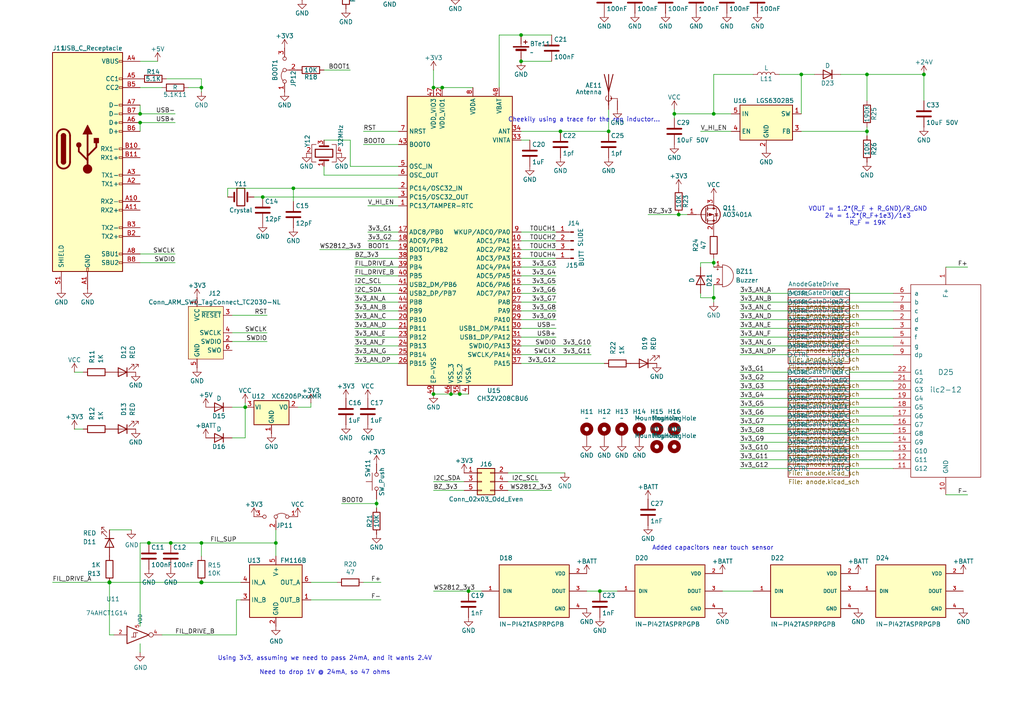
<source format=kicad_sch>
(kicad_sch (version 20231120) (generator "eeschema") (generator_version "8.0")
  (paper "A4")
  (junction (at 80.01 157.48))
  (junction (at 128.27 25.4))
  (junction (at 101.6 -10.16))
  (junction (at 151.13 17.78))
  (junction (at 43.18 157.48))
  (junction (at 71.12 118.11))
  (junction (at 85.09 54.61))
  (junction (at 40.64 33.02))
  (junction (at 195.58 33.02))
  (junction (at 76.2 57.15))
  (junction (at 40.64 35.56))
  (junction (at 135.89 171.45))
  (junction (at 207.01 76.2))
  (junction (at 267.97 21.59))
  (junction (at 207.01 86.36))
  (junction (at 251.46 21.59))
  (junction (at 125.73 114.3))
  (junction (at 176.53 38.1))
  (junction (at 207.01 33.02))
  (junction (at 31.75 168.91) (diameter 1.016))
  (junction (at 72.39 -31.75))
  (junction (at 173.99 171.45))
  (junction (at 251.46 38.1))
  (junction (at 87.63 -31.75))
  (junction (at 151.13 10.16))
  (junction (at 232.41 21.59))
  (junction (at 58.42 25.4))
  (junction (at 125.73 25.4))
  (junction (at 162.56 38.1))
  (junction (at 58.42 168.91) (diameter 1.016))
  (junction (at 109.22 146.05))
  (junction (at 130.81 114.3))
  (junction (at 58.42 157.48))
  (junction (at 196.85 62.23))
  (junction (at 133.35 114.3))
  (junction (at 49.53 157.48))
  (junction (at 80.01 -31.75))
  (wire (pts (xy 243.84 21.59) (xy 251.46 21.59)))
  (wire (pts (xy 80.01 157.48) (xy 80.01 161.29)))
  (wire (pts (xy 67.31 96.52) (xy 77.47 96.52)))
  (wire (pts (xy 203.2 76.2) (xy 207.01 76.2)))
  (wire (pts (xy 246.38 130.81) (xy 259.08 130.81)))
  (wire (pts (xy 73.66 57.15) (xy 76.2 57.15)))
  (wire (pts (xy 267.97 21.59) (xy 267.97 29.21)))
  (wire (pts (xy 40.64 73.66) (xy 50.8 73.66)))
  (wire (pts (xy 85.09 54.61) (xy 85.09 58.42)))
  (wire (pts (xy 246.38 85.09) (xy 259.08 85.09)))
  (wire (pts (xy 102.87 92.71) (xy 115.57 92.71)))
  (wire (pts (xy 102.87 80.01) (xy 115.57 80.01)))
  (wire (pts (xy 246.38 113.03) (xy 259.08 113.03)))
  (wire (pts (xy 251.46 21.59) (xy 267.97 21.59)))
  (wire (pts (xy 246.38 115.57) (xy 259.08 115.57)))
  (wire (pts (xy 214.63 100.33) (xy 228.6 100.33)))
  (wire (pts (xy 173.99 171.45) (xy 170.18 171.45)))
  (wire (pts (xy 214.63 92.71) (xy 228.6 92.71)))
  (wire (pts (xy 151.13 100.33) (xy 171.45 100.33)))
  (wire (pts (xy 102.87 82.55) (xy 115.57 82.55)))
  (wire (pts (xy 63.5 -26.67) (xy 63.5 -31.75)))
  (wire (pts (xy 87.63 -31.75) (xy 87.63 -15.24)))
  (wire (pts (xy 151.13 105.41) (xy 175.26 105.41)))
  (wire (pts (xy 68.58 184.15) (xy 68.58 173.99)))
  (wire (pts (xy 109.22 146.05) (xy 109.22 147.32)))
  (wire (pts (xy 80.01 153.67) (xy 80.01 157.48)))
  (wire (pts (xy 214.63 110.49) (xy 228.6 110.49)))
  (wire (pts (xy 99.06 146.05) (xy 109.22 146.05)))
  (wire (pts (xy 151.13 17.78) (xy 160.02 17.78)))
  (wire (pts (xy 72.39 -31.75) (xy 80.01 -31.75)))
  (wire (pts (xy 102.87 105.41) (xy 115.57 105.41)))
  (wire (pts (xy 71.12 127) (xy 67.31 127)))
  (wire (pts (xy 92.71 72.39) (xy 115.57 72.39)))
  (wire (pts (xy 209.55 171.45) (xy 218.44 171.45)))
  (wire (pts (xy 151.13 85.09) (xy 161.29 85.09)))
  (wire (pts (xy 151.13 67.31) (xy 161.29 67.31)))
  (wire (pts (xy 203.2 77.47) (xy 203.2 76.2)))
  (wire (pts (xy 151.13 92.71) (xy 161.29 92.71)))
  (wire (pts (xy 102.87 97.79) (xy 115.57 97.79)))
  (wire (pts (xy 106.68 67.31) (xy 115.57 67.31)))
  (wire (pts (xy 130.81 114.3) (xy 133.35 114.3)))
  (wire (pts (xy 251.46 38.1) (xy 251.46 36.83)))
  (wire (pts (xy 102.87 95.25) (xy 115.57 95.25)))
  (wire (pts (xy 40.64 189.23) (xy 40.64 186.69)))
  (wire (pts (xy 40.64 33.02) (xy 40.64 30.48)))
  (wire (pts (xy 232.41 21.59) (xy 226.06 21.59)))
  (wire (pts (xy 246.38 100.33) (xy 259.08 100.33)))
  (wire (pts (xy 151.13 40.64) (xy 153.67 40.64)))
  (wire (pts (xy 214.63 85.09) (xy 228.6 85.09)))
  (wire (pts (xy 246.38 118.11) (xy 259.08 118.11)))
  (wire (pts (xy 203.2 86.36) (xy 207.01 86.36)))
  (wire (pts (xy 251.46 21.59) (xy 251.46 29.21)))
  (wire (pts (xy 147.32 139.7) (xy 156.21 139.7)))
  (wire (pts (xy 214.63 97.79) (xy 228.6 97.79)))
  (wire (pts (xy 203.2 38.1) (xy 212.09 38.1)))
  (wire (pts (xy 151.13 77.47) (xy 161.29 77.47)))
  (wire (pts (xy 133.35 114.3) (xy 135.89 114.3)))
  (wire (pts (xy 135.89 171.45) (xy 139.7 171.45)))
  (wire (pts (xy 246.38 95.25) (xy 259.08 95.25)))
  (wire (pts (xy 214.63 115.57) (xy 228.6 115.57)))
  (wire (pts (xy 246.38 92.71) (xy 259.08 92.71)))
  (wire (pts (xy 40.64 157.48) (xy 40.64 181.61)))
  (wire (pts (xy 90.17 173.99) (xy 110.49 173.99)))
  (wire (pts (xy 195.58 33.02) (xy 195.58 31.75)))
  (wire (pts (xy 101.6 -10.16) (xy 113.03 -10.16)))
  (wire (pts (xy 207.01 77.47) (xy 207.01 76.2)))
  (wire (pts (xy 105.41 41.91) (xy 115.57 41.91)))
  (wire (pts (xy 151.13 102.87) (xy 171.45 102.87)))
  (wire (pts (xy 31.75 153.67) (xy 38.1 153.67)))
  (wire (pts (xy 102.87 77.47) (xy 115.57 77.47)))
  (wire (pts (xy 214.63 102.87) (xy 228.6 102.87)))
  (wire (pts (xy 187.96 62.23) (xy 196.85 62.23)))
  (wire (pts (xy 21.59 107.95) (xy 24.13 107.95)))
  (wire (pts (xy 218.44 21.59) (xy 207.01 21.59)))
  (wire (pts (xy 77.47 -5.08) (xy 63.5 -5.08)))
  (wire (pts (xy 102.87 85.09) (xy 115.57 85.09)))
  (wire (pts (xy 80.01 -31.75) (xy 87.63 -31.75)))
  (wire (pts (xy 71.12 116.84) (xy 71.12 118.11)))
  (wire (pts (xy 67.31 99.06) (xy 77.47 99.06)))
  (wire (pts (xy 72.39 -11.43) (xy 72.39 -10.16)))
  (wire (pts (xy 54.61 25.4) (xy 58.42 25.4)))
  (wire (pts (xy 144.78 10.16) (xy 144.78 25.4)))
  (wire (pts (xy 67.31 91.44) (xy 77.47 91.44)))
  (wire (pts (xy 232.41 33.02) (xy 232.41 21.59)))
  (wire (pts (xy 40.64 17.78) (xy 45.72 17.78)))
  (wire (pts (xy 207.01 33.02) (xy 195.58 33.02)))
  (wire (pts (xy 207.01 87.63) (xy 207.01 86.36)))
  (wire (pts (xy 125.73 171.45) (xy 135.89 171.45)))
  (wire (pts (xy 101.6 40.64) (xy 93.98 40.64)))
  (wire (pts (xy 251.46 38.1) (xy 251.46 39.37)))
  (wire (pts (xy 246.38 97.79) (xy 259.08 97.79)))
  (wire (pts (xy 212.09 33.02) (xy 207.01 33.02)))
  (wire (pts (xy 85.09 54.61) (xy 66.04 54.61)))
  (wire (pts (xy 151.13 82.55) (xy 161.29 82.55)))
  (wire (pts (xy 85.09 54.61) (xy 115.57 54.61)))
  (wire (pts (xy 102.87 100.33) (xy 115.57 100.33)))
  (wire (pts (xy 246.38 90.17) (xy 259.08 90.17)))
  (wire (pts (xy 246.38 128.27) (xy 259.08 128.27)))
  (wire (pts (xy 93.98 20.32) (xy 101.6 20.32)))
  (wire (pts (xy 151.13 97.79) (xy 161.29 97.79)))
  (wire (pts (xy 214.63 113.03) (xy 228.6 113.03)))
  (wire (pts (xy 274.32 143.51) (xy 280.67 143.51)))
  (wire (pts (xy 97.79 168.91) (xy 90.17 168.91)))
  (wire (pts (xy 246.38 87.63) (xy 259.08 87.63)))
  (wire (pts (xy 151.13 38.1) (xy 162.56 38.1)))
  (wire (pts (xy 144.78 10.16) (xy 151.13 10.16)))
  (wire (pts (xy 207.01 86.36) (xy 207.01 82.55)))
  (wire (pts (xy 125.73 20.32) (xy 125.73 25.4)))
  (wire (pts (xy 50.8 35.56) (xy 40.64 35.56)))
  (wire (pts (xy 214.63 90.17) (xy 228.6 90.17)))
  (wire (pts (xy 40.64 25.4) (xy 46.99 25.4)))
  (wire (pts (xy 109.22 144.78) (xy 109.22 146.05)))
  (wire (pts (xy 90.17 118.11) (xy 86.36 118.11)))
  (wire (pts (xy 90.17 116.84) (xy 90.17 118.11)))
  (wire (pts (xy 214.63 118.11) (xy 228.6 118.11)))
  (wire (pts (xy 214.63 130.81) (xy 228.6 130.81)))
  (wire (pts (xy 115.57 38.1) (xy 105.41 38.1)))
  (wire (pts (xy 214.63 135.89) (xy 228.6 135.89)))
  (wire (pts (xy 246.38 110.49) (xy 259.08 110.49)))
  (wire (pts (xy 147.32 142.24) (xy 160.02 142.24)))
  (wire (pts (xy 125.73 142.24) (xy 134.62 142.24)))
  (wire (pts (xy 246.38 133.35) (xy 259.08 133.35)))
  (wire (pts (xy 67.31 118.11) (xy 71.12 118.11)))
  (wire (pts (xy 63.5 -31.75) (xy 72.39 -31.75)))
  (wire (pts (xy 162.56 38.1) (xy 176.53 38.1)))
  (wire (pts (xy 151.13 10.16) (xy 160.02 10.16)))
  (wire (pts (xy 49.53 157.48) (xy 58.42 157.48)))
  (wire (pts (xy 207.01 76.2) (xy 207.01 74.93)))
  (wire (pts (xy 214.63 95.25) (xy 228.6 95.25)))
  (wire (pts (xy 33.02 184.15) (xy 31.75 184.15)))
  (wire (pts (xy 151.13 95.25) (xy 161.29 95.25)))
  (wire (pts (xy 179.07 171.45) (xy 173.99 171.45)))
  (wire (pts (xy 246.38 123.19) (xy 259.08 123.19)))
  (wire (pts (xy 97.79 -10.16) (xy 101.6 -10.16)))
  (wire (pts (xy 246.38 135.89) (xy 259.08 135.89)))
  (wire (pts (xy 151.13 72.39) (xy 161.29 72.39)))
  (wire (pts (xy 195.58 33.02) (xy 195.58 34.29)))
  (wire (pts (xy 214.63 128.27) (xy 228.6 128.27)))
  (wire (pts (xy 58.42 26.67) (xy 58.42 25.4)))
  (wire (pts (xy 151.13 80.01) (xy 161.29 80.01)))
  (wire (pts (xy 58.42 168.91) (xy 69.85 168.91)))
  (wire (pts (xy 15.24 168.91) (xy 31.75 168.91)))
  (wire (pts (xy 147.32 137.16) (xy 163.83 137.16)))
  (wire (pts (xy 151.13 74.93) (xy 161.29 74.93)))
  (wire (pts (xy 128.27 25.4) (xy 137.16 25.4)))
  (wire (pts (xy 232.41 38.1) (xy 251.46 38.1)))
  (wire (pts (xy 102.87 102.87) (xy 115.57 102.87)))
  (wire (pts (xy 105.41 168.91) (xy 110.49 168.91)))
  (wire (pts (xy 76.2 57.15) (xy 115.57 57.15)))
  (wire (pts (xy 214.63 123.19) (xy 228.6 123.19)))
  (wire (pts (xy 101.6 48.26) (xy 101.6 40.64)))
  (wire (pts (xy 102.87 74.93) (xy 115.57 74.93)))
  (wire (pts (xy 43.18 157.48) (xy 49.53 157.48)))
  (wire (pts (xy 214.63 125.73) (xy 228.6 125.73)))
  (wire (pts (xy 50.8 33.02) (xy 40.64 33.02)))
  (wire (pts (xy 203.2 85.09) (xy 203.2 86.36)))
  (wire (pts (xy 40.64 157.48) (xy 43.18 157.48)))
  (wire (pts (xy 102.87 90.17) (xy 115.57 90.17)))
  (wire (pts (xy 125.73 25.4) (xy 128.27 25.4)))
  (wire (pts (xy 58.42 25.4) (xy 58.42 22.86)))
  (wire (pts (xy 58.42 161.29) (xy 58.42 157.48)))
  (wire (pts (xy 63.5 -5.08) (xy 63.5 -11.43)))
  (wire (pts (xy 106.68 59.69) (xy 115.57 59.69)))
  (wire (pts (xy 115.57 48.26) (xy 101.6 48.26)))
  (wire (pts (xy 214.63 107.95) (xy 228.6 107.95)))
  (wire (pts (xy 68.58 173.99) (xy 69.85 173.99)))
  (wire (pts (xy 246.38 125.73) (xy 259.08 125.73)))
  (wire (pts (xy 93.98 50.8) (xy 115.57 50.8)))
  (wire (pts (xy 93.98 48.26) (xy 93.98 50.8)))
  (wire (pts (xy 280.67 77.47) (xy 274.32 77.47)))
  (wire (pts (xy 72.39 -10.16) (xy 77.47 -10.16)))
  (wire (pts (xy 31.75 184.15) (xy 31.75 168.91)))
  (wire (pts (xy 21.59 124.46) (xy 24.13 124.46)))
  (wire (pts (xy 125.73 114.3) (xy 130.81 114.3)))
  (wire (pts (xy 232.41 21.59) (xy 236.22 21.59)))
  (wire (pts (xy 46.99 184.15) (xy 68.58 184.15)))
  (wire (pts (xy 40.64 35.56) (xy 40.64 38.1)))
  (wire (pts (xy 97.79 -5.08) (xy 100.33 -5.08)))
  (wire (pts (xy 58.42 22.86) (xy 48.26 22.86)))
  (wire (pts (xy 196.85 62.23) (xy 199.39 62.23)))
  (wire (pts (xy 246.38 120.65) (xy 259.08 120.65)))
  (wire (pts (xy 246.38 107.95) (xy 259.08 107.95)))
  (wire (pts (xy 125.73 139.7) (xy 134.62 139.7)))
  (wire (pts (xy 214.63 133.35) (xy 228.6 133.35)))
  (wire (pts (xy 214.63 120.65) (xy 228.6 120.65)))
  (wire (pts (xy 207.01 21.59) (xy 207.01 33.02)))
  (wire (pts (xy 246.38 102.87) (xy 259.08 102.87)))
  (wire (pts (xy 87.63 -35.56) (xy 87.63 -31.75)))
  (wire (pts (xy 72.39 -26.67) (xy 72.39 -31.75)))
  (wire (pts (xy 66.04 54.61) (xy 66.04 57.15)))
  (wire (pts (xy 151.13 87.63) (xy 161.29 87.63)))
  (wire (pts (xy 151.13 69.85) (xy 161.29 69.85)))
  (wire (pts (xy 106.68 69.85) (xy 115.57 69.85)))
  (wire (pts (xy 176.53 31.75) (xy 176.53 38.1)))
  (wire (pts (xy 71.12 118.11) (xy 71.12 127)))
  (wire (pts (xy 40.64 76.2) (xy 50.8 76.2)))
  (wire (pts (xy 151.13 90.17) (xy 161.29 90.17)))
  (wire (pts (xy 214.63 87.63) (xy 228.6 87.63)))
  (wire (pts (xy 102.87 87.63) (xy 115.57 87.63)))
  (wire (pts (xy 58.42 157.48) (xy 80.01 157.48)))
  (wire (pts (xy 31.75 168.91) (xy 58.42 168.91)))
  (text "Added capacitors near touch sensor" (at 206.756 159.004 0) (effects (font (size 1.27 1.27))))
  (text "VOUT = 1.2*(R_F + R_GND)/R_GND\n24 = 1.2*(R_F+1e3)/1e3\nR_F = 19K" (at 251.714 62.738 0) (effects (font (size 1.27 1.27))))
  (text "Using 3v3, assuming we need to pass 24mA, and it wants 2.4V\n\nNeed to drop 1V @ 24mA, so 47 ohms" (at 94.234 193.04 0) (effects (font (size 1.27 1.27))))
  (text "Cheekily using a trace for the req inductor..." (at 169.418 34.798 0) (effects (font (size 1.27 1.27))))
  (label "BZ_3v3" (at 125.73 142.24 0))
  (label "3v3_AN_F" (at 102.87 100.33 0))
  (label "TOUCH1" (at 161.29 67.31 180))
  (label "3v3_G7" (at 161.29 87.63 180))
  (label "BOOT1" (at 106.68 72.39 0))
  (label "RST" (at 105.41 38.1 0))
  (label "USB+" (at 161.29 97.79 180))
  (label "SWCLK" (at 50.8 73.66 180))
  (label "3v3_G7" (at 214.63 123.19 0))
  (label "I2C_SCL" (at 102.87 82.55 0))
  (label "F-" (at 110.49 173.99 180))
  (label "3v3_G8" (at 161.29 90.17 180))
  (label "3v3_G1" (at 214.63 107.95 0))
  (label "SWDIO" (at 50.8 76.2 180))
  (label "3v3_AN_A" (at 102.87 87.63 0))
  (label "FIL_DRIVE_A" (at 102.87 77.47 0))
  (label "3v3_AN_G" (at 102.87 102.87 0))
  (label "3v3_AN_F" (at 214.63 97.79 0))
  (label "3v3_AN_G" (at 214.63 100.33 0))
  (label "RST" (at 77.47 91.44 180))
  (label "3v3_G9" (at 161.29 92.71 180))
  (label "3v3_G2" (at 106.68 69.85 0))
  (label "3v3_G10" (at 214.63 130.81 0))
  (label "SWDIO" (at 161.29 100.33 180))
  (label "3v3_G3" (at 161.29 77.47 180))
  (label "3v3_AN_B" (at 102.87 90.17 0))
  (label "3v3_AN_E" (at 102.87 97.79 0))
  (label "3v3_G5" (at 161.29 82.55 180))
  (label "3v3_G2" (at 214.63 110.49 0))
  (label "V_HI_EN" (at 106.68 59.69 0))
  (label "3v3_AN_C" (at 214.63 90.17 0))
  (label "WS2812_3v3" (at 125.73 171.45 0))
  (label "3v3_G9" (at 214.63 128.27 0))
  (label "BOOT1" (at 101.6 20.32 180))
  (label "I2C_SDA" (at 102.87 85.09 0))
  (label "3v3_G1" (at 106.68 67.31 0))
  (label "I2C_SDA" (at 125.73 139.7 0))
  (label "3v3_G6" (at 214.63 120.65 0))
  (label "TOUCH3" (at 161.29 72.39 180))
  (label "BOOT0" (at 99.06 146.05 0))
  (label "SWCLK" (at 161.29 102.87 180))
  (label "3v3_AN_A" (at 214.63 85.09 0))
  (label "3v3_AN_B" (at 214.63 87.63 0))
  (label "BOOT0" (at 105.41 41.91 0))
  (label "3v3_G11" (at 214.63 133.35 0))
  (label "SWDIO" (at 77.47 99.06 180))
  (label "F+" (at 110.49 168.91 180))
  (label "F+" (at 280.67 77.47 180))
  (label "TOUCH2" (at 161.29 69.85 180))
  (label "3v3_G4" (at 214.63 115.57 0))
  (label "BZ_3v3" (at 102.87 74.93 0))
  (label "WS2812_3v3" (at 160.02 142.24 180))
  (label "FIL_DRIVE_B" (at 102.87 80.01 0))
  (label "USB-" (at 50.8 33.02 180))
  (label "3v3_G10" (at 171.45 100.33 180))
  (label "USB+" (at 50.8 35.56 180))
  (label "FIL_DRIVE_B" (at 50.8 184.15 0))
  (label "3v3_G5" (at 214.63 118.11 0))
  (label "3v3_AN_DP" (at 102.87 105.41 0))
  (label "3v3_AN_D" (at 102.87 95.25 0))
  (label "3v3_G12" (at 214.63 135.89 0))
  (label "F-" (at 280.67 143.51 180))
  (label "I2C_SCL" (at 156.21 139.7 180))
  (label "SWCLK" (at 77.47 96.52 180))
  (label "3v3_G8" (at 214.63 125.73 0))
  (label "3v3_G3" (at 214.63 113.03 0))
  (label "TOUCH4" (at 161.29 74.93 180))
  (label "3v3_G6" (at 161.29 85.09 180))
  (label "3v3_G11" (at 171.45 102.87 180))
  (label "3v3_AN_DP" (at 214.63 102.87 0))
  (label "3v3_AN_E" (at 214.63 95.25 0))
  (label "3v3_AN_D" (at 214.63 92.71 0))
  (label "3v3_G12" (at 161.29 105.41 180))
  (label "3v3_G4" (at 161.29 80.01 180))
  (label "V_HI_EN" (at 203.2 38.1 0))
  (label "FIL_SUP" (at 60.96 157.48 0))
  (label "WS2812_3v3" (at 92.71 72.39 0))
  (label "BZ_3v3" (at 187.96 62.23 0))
  (label "USB-" (at 161.29 95.25 180))
  (label "FIL_DRIVE_A" (at 15.24 168.91 0))
  (label "3v3_AN_C" (at 102.87 92.71 0))
  (symbol (lib_id "power:+3V3") (at 100.33 115.57 0) (unit 1)
    (property "Reference" "#PWR043" (effects (hide yes)))
    (property "Value" "+3V3" (at 100.33 112.014 0))
    (property "Description" "Power symbol creates a global label with name \"+3V3\"" (effects (hide yes)))
  )
  (symbol (lib_id "Mechanical:MountingHole") (at 190.5 124.46 0) (unit 1) (exclude_from_sim yes) (in_bom no)
    (property "Reference" "H15" (at 190.5 119.38 0))
    (property "Value" "MountingHole" (at 190.5 121.285 0))
    (property "Footprint" "MountingHole:MountingHole_2.2mm_M2" (effects (hide yes)))
    (property "Description" "Mounting Hole without connection" (effects (hide yes)))
  )
  (symbol (lib_id "Device:Battery") (at 132.08 -6.35 0) (unit 1)
    (property "Reference" "BT11" (at 134.62 -8.89 0) (effects (justify left)))
    (property "Value" "Battery" (at 134.62 -6.35 0) (effects (justify left)))
    (property "Footprint" "Battery:BatteryHolder_Keystone_1042_1x18650" (effects (hide yes)))
    (property "Description" "Multiple-cell battery" (effects (hide yes)))
  )
  (symbol (lib_id "power:+5V") (at 59.69 118.11 0) (unit 1)
    (property "Reference" "#PWR025" (effects (hide yes)))
    (property "Value" "+5V" (at 59.69 114.554 0))
    (property "Description" "Power symbol creates a global label with name \"+5V\"" (effects (hide yes)))
  )
  (symbol (lib_id "Device:C") (at 80.01 -27.94 0) (unit 1)
    (property "Reference" "C13" (at 80.645 -30.48 0) (effects (justify left)))
    (property "Value" "10uF 50V" (at 80.645 -25.4 0) (effects (justify left)))
    (property "Footprint" "Capacitor_SMD:C_0805_2012Metric" (effects (hide yes)))
    (property "Description" "Unpolarized capacitor" (effects (hide yes)))
    (property "LCSC" "C440198" (effects (hide yes)))
  )
  (symbol (lib_id "Device:R") (at 179.07 105.41 90) (unit 1)
    (property "Reference" "R22" (at 177.7999 102.87 0) (effects (justify left)))
    (property "Value" "1K" (at 180.3399 102.87 0) (effects (justify left)))
    (property "Footprint" "Resistor_SMD:R_0402_1005Metric" (effects (hide yes)))
    (property "Description" "Resistor" (effects (hide yes)))
  )
  (symbol (lib_id "power:+BATT") (at 209.55 166.37 0) (unit 1)
    (property "Reference" "#PWR086" (effects (hide yes)))
    (property "Value" "+BATT" (at 209.55 162.814 0))
    (property "Description" "Power symbol creates a global label with name \"+BATT\"" (effects (hide yes)))
  )
  (symbol (lib_id "Device:C") (at 43.18 161.29 0) (unit 1)
    (property "Reference" "C11" (at 43.815 158.75 0) (effects (justify left)))
    (property "Value" "100nF" (at 43.815 163.83 0) (effects (justify left)))
    (property "Footprint" "Capacitor_SMD:C_0402_1005Metric" (effects (hide yes)))
    (property "Description" "Unpolarized capacitor" (effects (hide yes)))
  )
  (symbol (lib_id "Device:R") (at 196.85 58.42 0) (unit 1)
    (property "Reference" "R23" (at 198.882 58.42 90))
    (property "Value" "10K" (at 196.85 58.42 90))
    (property "Footprint" "Resistor_SMD:R_0402_1005Metric" (effects (hide yes)))
    (property "Description" "Resistor" (effects (hide yes)))
  )
  (symbol (lib_id "Mechanical:MountingHole") (at 195.58 124.46 0) (unit 1) (exclude_from_sim yes) (in_bom no)
    (property "Reference" "H16" (at 195.58 119.38 0))
    (property "Value" "MountingHole" (at 195.58 121.285 0))
    (property "Footprint" "MountingHole:MountingHole_2.2mm_M2" (effects (hide yes)))
    (property "Description" "Mounting Hole without connection" (effects (hide yes)))
  )
  (symbol (lib_id "Battery_Management:TP4057") (at 87.63 -7.62 0) (unit 1)
    (property "Reference" "U14" (at 81.28 -14.224 0))
    (property "Value" "TP4057" (at 89.154 -14.224 0) (effects (justify left)))
    (property "Footprint" "Package_TO_SOT_SMD:TSOT-23-6" (effects (hide yes)))
    (property "Datasheet" "http://toppwr.com/uploadfile/file/20230304/640302a47b738.pdf" (effects (hide yes)))
    (property "Description" "Constant-current/constant-voltage linear charger for single cell lithium-ion batteries with 2.9V Trickle Charge, 4.5V to 6.5V VDD, -40 to +85 degree Celsius, TSOT-23-5" (effects (hide yes)))
  )
  (symbol (lib_id "power:GND") (at 207.01 87.63 0) (unit 1)
    (property "Reference" "#PWR085" (effects (hide yes)))
    (property "Value" "GND" (at 207.01 91.44 0))
    (property "Description" "Power symbol creates a global label with name \"GND\" , ground" (effects (hide yes)))
  )
  (symbol (lib_id "power:GND") (at 185.42 128.27 0) (unit 1)
    (property "Reference" "#PWR073" (effects (hide yes)))
    (property "Value" "GND" (at 185.42 132.08 0))
    (property "Description" "Power symbol creates a global label with name \"GND\" , ground" (effects (hide yes)))
  )
  (symbol (lib_id "power:GND") (at 106.68 123.19 0) (unit 1)
    (property "Reference" "#PWR047" (effects (hide yes)))
    (property "Value" "GND" (at 106.68 127 0))
    (property "Description" "Power symbol creates a global label with name \"GND\" , ground" (effects (hide yes)))
  )
  (symbol (lib_id "power:GND") (at 176.53 45.72 0) (unit 1)
    (property "Reference" "#PWR068" (effects (hide yes)))
    (property "Value" "GND" (at 176.53 49.53 0))
    (property "Description" "Power symbol creates a global label with name \"GND\" , ground" (effects (hide yes)))
  )
  (symbol (lib_id "wch_mcu:CH32V208CBU6") (at 130.81 63.5 0) (unit 1)
    (property "Reference" "U15" (at 143.256 113.284 0))
    (property "Value" "CH32V208CBU6" (at 145.796 115.57 0))
    (property "Footprint" "Package_DFN_QFN:QFN-48-1EP_5x5mm_P0.35mm_EP3.7x3.7mm" (effects (hide yes)))
    (property "Datasheet" "https://www.wch-ic.com/downloads/CH32V208DS0_PDF.html" (effects (hide yes)))
    (property "Description" "RISC-V BLE5.3 MCU, 2*USB, CAN" (effects (hide yes)))
  )
  (symbol (lib_id "Device:C") (at 219.71 0 0) (unit 1)
    (property "Reference" "C32" (at 220.345 -2.54 0) (effects (justify left)))
    (property "Value" "100nF" (at 220.345 2.54 0) (effects (justify left)))
    (property "Footprint" "Capacitor_SMD:C_0402_1005Metric" (effects (hide yes)))
    (property "Description" "Unpolarized capacitor" (effects (hide yes)))
  )
  (symbol (lib_id "Connector:Conn_01x01_Pin") (at 166.37 74.93 0) (mirror y) (unit 1)
    (property "Reference" "J15" (at 165.862 76.962 0))
    (property "Value" "BUTT" (at 168.656 74.93 90))
    (property "Footprint" "VFDSAO_touch:touchButton" (effects (hide yes)))
    (property "Description" "Generic connector, single row, 01x01, script generated" (effects (hide yes)))
  )
  (symbol (lib_id "Device:Antenna_Shield") (at 176.53 26.67 0) (unit 1)
    (property "Reference" "AE11" (at 174.625 24.765 0) (effects (justify right)))
    (property "Value" "Antenna" (at 174.625 26.67 0) (effects (justify right)))
    (property "Footprint" "RF_Antenna:Texas_SWRA117D_2.4GHz_Left" (effects (hide yes)))
    (property "Description" "Antenna with extra pin for shielding" (effects (hide yes)))
  )
  (symbol (lib_id "power:GND") (at 153.67 48.26 0) (unit 1)
    (property "Reference" "#PWR059" (effects (hide yes)))
    (property "Value" "GND" (at 153.67 52.07 0))
    (property "Description" "Power symbol creates a global label with name \"GND\" , ground" (effects (hide yes)))
  )
  (symbol (lib_id "Regulator_Linear:XC6206PxxxMR") (at 78.74 118.11 0) (unit 1)
    (property "Reference" "U12" (at 74.93 114.935 0))
    (property "Value" "XC6206PxxxMR" (at 78.74 114.935 0) (effects (justify left)))
    (property "Footprint" "Package_TO_SOT_SMD:SOT-23-3" (effects (hide yes)))
    (property "Datasheet" "https://www.torexsemi.com/file/xc6206/XC6206.pdf" (effects (hide yes)))
    (property "Description" "Positive 60-250mA Low Dropout Regulator, Fixed Output, SOT-23" (effects (hide yes)))
  )
  (symbol (lib_id "power:+BATT") (at 187.96 144.78 0) (unit 1)
    (property "Reference" "#PWR074" (effects (hide yes)))
    (property "Value" "+BATT" (at 187.96 141.224 0))
    (property "Description" "Power symbol creates a global label with name \"+BATT\"" (effects (hide yes)))
  )
  (symbol (lib_id "Device:C") (at 176.53 41.91 0) (unit 1)
    (property "Reference" "C25" (at 177.165 39.37 0) (effects (justify left)))
    (property "Value" "1pf" (at 177.165 44.45 0) (effects (justify left)))
    (property "Footprint" "Capacitor_SMD:C_0402_1005Metric" (effects (hide yes)))
    (property "Description" "Unpolarized capacitor" (effects (hide yes)))
  )
  (symbol (lib_id "Device:Buzzer") (at 209.55 80.01 0) (unit 1)
    (property "Reference" "BZ11" (at 213.36 78.74 0) (effects (justify left)))
    (property "Value" "Buzzer" (at 213.36 81.28 0) (effects (justify left)))
    (property "Footprint" "9032Buzzer:9032" (effects (hide yes)))
    (property "Description" "Buzzer, polarized" (effects (hide yes)))
  )
  (symbol (lib_id "power:GND") (at 187.96 152.4 0) (unit 1)
    (property "Reference" "#PWR075" (effects (hide yes)))
    (property "Value" "GND" (at 187.96 156.21 0))
    (property "Description" "Power symbol creates a global label with name \"GND\" , ground" (effects (hide yes)))
  )
  (symbol (lib_id "Device:C") (at 153.67 44.45 0) (unit 1)
    (property "Reference" "C20" (at 154.305 41.91 0) (effects (justify left)))
    (property "Value" "1uF" (at 154.305 46.99 0) (effects (justify left)))
    (property "Footprint" "Capacitor_SMD:C_0402_1005Metric" (effects (hide yes)))
    (property "Description" "Unpolarized capacitor" (effects (hide yes)))
  )
  (symbol (lib_id "Device:C") (at 267.97 33.02 0) (unit 1)
    (property "Reference" "C33" (at 268.605 30.48 0) (effects (justify left)))
    (property "Value" "10uF 50V" (at 268.605 35.56 0) (effects (justify left)))
    (property "Footprint" "Capacitor_SMD:C_0805_2012Metric" (effects (hide yes)))
    (property "Description" "Unpolarized capacitor" (effects (hide yes)))
    (property "LCSC" "C440198" (effects (hide yes)))
  )
  (symbol (lib_id "power:GND") (at 38.1 153.67 0) (unit 1)
    (property "Reference" "#PWR015" (effects (hide yes)))
    (property "Value" "GND" (at 38.227 158.0642 0))
  )
  (symbol (lib_id "FM116:FM116B") (at 80.01 171.45 0) (unit 1)
    (property "Reference" "U13" (at 73.66 162.56 0))
    (property "Value" "FM116B" (at 85.09 162.56 0))
    (property "Footprint" "Package_TO_SOT_SMD:SOT-23-6" (effects (hide yes)))
    (property "Datasheet" "https://datasheet.lcsc.com/szlcsc/Shenzhen-Fuman-Elec-FM116B_C190601.pdf" (effects (hide yes)))
    (property "LCSC" "    C2802264" (effects (hide yes)))
  )
  (symbol (lib_id "Device:C") (at 49.53 161.29 0) (unit 1)
    (property "Reference" "C12" (at 50.165 158.75 0) (effects (justify left)))
    (property "Value" "100nF" (at 50.165 163.83 0) (effects (justify left)))
    (property "Footprint" "Capacitor_SMD:C_0402_1005Metric" (effects (hide yes)))
    (property "Description" "Unpolarized capacitor" (effects (hide yes)))
  )
  (symbol (lib_id "Device:D") (at 240.03 21.59 180) (unit 1)
    (property "Reference" "D23" (at 240.03 24.13 0))
    (property "Value" "D" (at 240.03 19.05 0))
    (property "Footprint" "Diode_SMD:D_SOD-123" (effects (hide yes)))
    (property "Description" "Diode" (effects (hide yes)))
    (property "Sim.Device" "D" (effects (hide yes)))
    (property "Sim.Pins" "1=K 2=A" (effects (hide yes)))
    (property "LCSC" "C8598" (effects (hide yes)))
  )
  (symbol (lib_id "Switch:SW_Push") (at 109.22 139.7 90) (unit 1)
    (property "Reference" "SW11" (at 106.68 138.43 0) (effects (justify left)))
    (property "Value" "SW_Push" (at 110.744 139.7 0))
    (property "Footprint" "Button_Switch_SMD:SW_Push_1P1T_NO_6x6mm_H9.5mm" (effects (hide yes)))
    (property "Description" "Push button switch, generic, two pins" (effects (hide yes)))
  )
  (symbol (lib_id "IN-PI42TASPRPGPB:IN-PI42TASPRPGPB") (at 194.31 171.45 0) (unit 1)
    (property "Reference" "D20" (at 184.15 162.56 0) (effects (justify left bottom)))
    (property "Value" "IN-PI42TASPRPGPB" (at 184.15 180.34 0) (effects (justify left top)))
    (property "Footprint" "ledra:LED_IN-PI42TASPRPGPB" (effects (hide yes)))
    (property "PARTREV" "Oct. 10, 2021" (effects (hide yes)))
    (property "STANDARD" "Manufacturer Recommendations" (effects (hide yes)))
    (property "SNAPEDA_PN" "IN-PI42TASPRPGPB" (effects (hide yes)))
    (property "MAXIMUM_PACKAGE_HEIGHT" "2.05 mm" (effects (hide yes)))
    (property "MANUFACTURER" "Inolux" (effects (hide yes)))
  )
  (symbol (lib_id "power:GND") (at 251.46 46.99 0) (unit 1)
    (property "Reference" "#PWR095" (effects (hide yes)))
    (property "Value" "GND" (at 251.46 50.8 0))
    (property "Description" "Power symbol creates a global label with name \"GND\" , ground" (effects (hide yes)))
  )
  (symbol (lib_id "power:GND") (at 39.37 107.95 0) (unit 1)
    (property "Reference" "#PWR016" (effects (hide yes)))
    (property "Value" "GND" (at 39.37 111.76 0))
    (property "Description" "Power symbol creates a global label with name \"GND\" , ground" (effects (hide yes)))
  )
  (symbol (lib_id "power:GND") (at 248.92 176.53 0) (unit 1)
    (property "Reference" "#PWR094" (effects (hide yes)))
    (property "Value" "GND" (at 248.92 180.34 0))
    (property "Description" "Power symbol creates a global label with name \"GND\" , ground" (effects (hide yes)))
  )
  (symbol (lib_id "power:GND") (at 58.42 26.67 0) (unit 1)
    (property "Reference" "#PWR024" (effects (hide yes)))
    (property "Value" "GND" (at 58.42 30.48 0))
    (property "Description" "Power symbol creates a global label with name \"GND\" , ground" (effects (hide yes)))
  )
  (symbol (lib_id "Device:R") (at 109.22 151.13 180) (unit 1)
    (property "Reference" "R21" (at 107.188 151.13 90))
    (property "Value" "10K" (at 109.22 151.13 90))
    (property "Footprint" "Resistor_SMD:R_0402_1005Metric" (effects (hide yes)))
    (property "Description" "Resistor" (effects (hide yes)))
  )
  (symbol (lib_id "Device:C") (at 76.2 60.96 0) (unit 1)
    (property "Reference" "C14" (at 76.835 58.42 0) (effects (justify left)))
    (property "Value" "12pF" (at 76.835 63.5 0) (effects (justify left)))
    (property "Footprint" "Capacitor_SMD:C_0402_1005Metric" (effects (hide yes)))
    (property "Description" "Unpolarized capacitor" (effects (hide yes)))
  )
  (symbol (lib_id "power:+BATT") (at 248.92 166.37 0) (unit 1)
    (property "Reference" "#PWR093" (effects (hide yes)))
    (property "Value" "+BATT" (at 248.92 162.814 0))
    (property "Description" "Power symbol creates a global label with name \"+BATT\"" (effects (hide yes)))
  )
  (symbol (lib_id "power:GND") (at 170.18 128.27 0) (unit 1)
    (property "Reference" "#PWR061" (effects (hide yes)))
    (property "Value" "GND" (at 170.18 132.08 0))
    (property "Description" "Power symbol creates a global label with name \"GND\" , ground" (effects (hide yes)))
  )
  (symbol (lib_id "Device:LED") (at 63.5 -15.24 90) (unit 1)
    (property "Reference" "D14" (at 60.96 -15.24 0))
    (property "Value" "GREEN" (at 66.04 -15.24 0))
    (property "Footprint" "LED_SMD:LED_0805_2012Metric" (effects (hide yes)))
    (property "Description" "Light emitting diode" (effects (hide yes)))
    (property "LCSC" "C2297" (effects (hide yes)))
  )
  (symbol (lib_id "Mechanical:MountingHole_Pad") (at 170.18 125.73 0) (unit 1) (exclude_from_sim yes) (in_bom no)
    (property "Reference" "H11" (at 170.18 119.38 0))
    (property "Value" "~" (at 170.18 121.285 0))
    (property "Footprint" "M2.5SMTNut:m2.5SMT" (effects (hide yes)))
    (property "Description" "Mounting Hole with connection" (effects (hide yes)))
  )
  (symbol (lib_id "Device:C") (at 193.04 0 0) (unit 1)
    (property "Reference" "C28" (at 193.675 -2.54 0) (effects (justify left)))
    (property "Value" "100nF" (at 193.675 2.54 0) (effects (justify left)))
    (property "Footprint" "Capacitor_SMD:C_0402_1005Metric" (effects (hide yes)))
    (property "Description" "Unpolarized capacitor" (effects (hide yes)))
  )
  (symbol (lib_id "Device:C") (at 135.89 175.26 0) (unit 1)
    (property "Reference" "C19" (at 136.525 172.72 0) (effects (justify left)))
    (property "Value" "1nF" (at 136.525 177.8 0) (effects (justify left)))
    (property "Footprint" "Capacitor_SMD:C_0402_1005Metric" (effects (hide yes)))
    (property "Description" "Unpolarized capacitor" (effects (hide yes)))
    (property "LCSC" "C1523" (effects (hide yes)))
  )
  (symbol (lib_id "power:+3V3") (at 175.26 -3.81 0) (unit 1)
    (property "Reference" "#PWR065" (effects (hide yes)))
    (property "Value" "+3V3" (at 175.26 -7.366 0))
    (property "Description" "Power symbol creates a global label with name \"+3V3\"" (effects (hide yes)))
  )
  (symbol (lib_id "power:GND") (at 179.07 31.75 0) (unit 1)
    (property "Reference" "#PWR069" (effects (hide yes)))
    (property "Value" "GND" (at 179.07 35.56 0))
    (property "Description" "Power symbol creates a global label with name \"GND\" , ground" (effects (hide yes)))
  )
  (symbol (lib_id "Device:D") (at 63.5 127 180) (unit 1)
    (property "Reference" "D16" (at 63.5 129.54 0))
    (property "Value" "D" (at 63.5 124.46 0))
    (property "Footprint" "Diode_SMD:D_SOD-123" (effects (hide yes)))
    (property "Description" "Diode" (effects (hide yes)))
    (property "Sim.Device" "D" (effects (hide yes)))
    (property "Sim.Pins" "1=K 2=A" (effects (hide yes)))
    (property "LCSC" "C8598" (effects (hide yes)))
  )
  (symbol (lib_id "power:GND") (at 85.09 66.04 0) (unit 1)
    (property "Reference" "#PWR042" (effects (hide yes)))
    (property "Value" "GND" (at 85.09 69.85 0))
    (property "Description" "Power symbol creates a global label with name \"GND\" , ground" (effects (hide yes)))
  )
  (symbol (lib_id "Device:R") (at 100.33 -1.27 0) (unit 1)
    (property "Reference" "R19" (at 102.362 -1.27 90))
    (property "Value" "R" (at 100.33 -1.27 90))
    (property "Footprint" "Resistor_SMD:R_0402_1005Metric" (effects (hide yes)))
    (property "Description" "Resistor" (effects (hide yes)))
  )
  (symbol (lib_id "Device:R") (at 207.01 71.12 0) (unit 1)
    (property "Reference" "R24" (at 201.7522 71.12 90))
    (property "Value" "47" (at 204.0636 71.12 90))
    (property "Footprint" "Resistor_SMD:R_0402_1005Metric" (effects (hide yes)))
    (property "LCSC" "C1096" (effects (hide yes)))
  )
  (symbol (lib_id "Jumper:Jumper_3_Bridged12") (at 80.01 149.86 0) (mirror y) (unit 1) (exclude_from_sim yes) (in_bom no)
    (property "Reference" "JP11" (at 82.55 152.4 0))
    (property "Value" "Jumper_3_Bridged12" (effects (hide yes)))
    (property "Footprint" "Jumper:SolderJumper-3_P1.3mm_Bridged12_Pad1.0x1.5mm" (effects (hide yes)))
    (property "Description" "Jumper, 3-pole, pins 1+2 closed/bridged" (effects (hide yes)))
  )
  (symbol (lib_id "power:GND") (at 40.64 189.23 0) (unit 1)
    (property "Reference" "#PWR018" (effects (hide yes)))
    (property "Value" "GND" (at 40.767 193.6242 0))
  )
  (symbol (lib_id "power:VCC") (at 21.59 107.95 0) (unit 1)
    (property "Reference" "#PWR012" (effects (hide yes)))
    (property "Value" "VCC" (at 21.59 104.394 0))
    (property "Description" "Power symbol creates a global label with name \"VCC\"" (effects (hide yes)))
  )
  (symbol (lib_id "power:GND") (at 209.55 176.53 0) (unit 1)
    (property "Reference" "#PWR087" (effects (hide yes)))
    (property "Value" "GND" (at 209.55 180.34 0))
    (property "Description" "Power symbol creates a global label with name \"GND\" , ground" (effects (hide yes)))
  )
  (symbol (lib_id "power:+3V3") (at 134.62 137.16 0) (unit 1)
    (property "Reference" "#PWR053" (effects (hide yes)))
    (property "Value" "+3V3" (at 134.62 133.604 0))
    (property "Description" "Power symbol creates a global label with name \"+3V3\"" (effects (hide yes)))
  )
  (symbol (lib_id "power:GND") (at 195.58 41.91 0) (unit 1)
    (property "Reference" "#PWR080" (effects (hide yes)))
    (property "Value" "GND" (at 195.58 45.72 0))
    (property "Description" "Power symbol creates a global label with name \"GND\" , ground" (effects (hide yes)))
  )
  (symbol (lib_id "power:GND") (at 82.55 26.67 0) (unit 1)
    (property "Reference" "#PWR033" (effects (hide yes)))
    (property "Value" "GND" (at 82.55 30.48 0))
    (property "Description" "Power symbol creates a global label with name \"GND\" , ground" (effects (hide yes)))
  )
  (symbol (lib_id "Device:R") (at 101.6 168.91 270) (unit 1)
    (property "Reference" "R20" (at 101.6 163.6522 90))
    (property "Value" "47" (at 101.6 165.9636 90))
    (property "Footprint" "Resistor_SMD:R_0402_1005Metric" (effects (hide yes)))
    (property "LCSC" "C1096" (effects (hide yes)))
  )
  (symbol (lib_id "power:GND") (at 49.53 165.1 0) (unit 1)
    (property "Reference" "#PWR021" (effects (hide yes)))
    (property "Value" "GND" (at 49.53 168.91 0))
    (property "Description" "Power symbol creates a global label with name \"GND\" , ground" (effects (hide yes)))
  )
  (symbol (lib_id "Mechanical:MountingHole_Pad") (at 180.34 125.73 0) (unit 1) (exclude_from_sim yes) (in_bom no)
    (property "Reference" "H13" (at 180.34 119.38 0))
    (property "Value" "~" (at 180.34 121.285 0))
    (property "Footprint" "M2.5SMTNut:m2.5SMT" (effects (hide yes)))
    (property "Description" "Mounting Hole with connection" (effects (hide yes)))
  )
  (symbol (lib_id "power:GND") (at 279.4 176.53 0) (unit 1)
    (property "Reference" "#PWR099" (effects (hide yes)))
    (property "Value" "GND" (at 279.4 180.34 0))
    (property "Description" "Power symbol creates a global label with name \"GND\" , ground" (effects (hide yes)))
  )
  (symbol (lib_id "Device:C") (at 184.15 0 0) (unit 1)
    (property "Reference" "C26" (at 184.785 -2.54 0) (effects (justify left)))
    (property "Value" "100nF" (at 184.785 2.54 0) (effects (justify left)))
    (property "Footprint" "Capacitor_SMD:C_0402_1005Metric" (effects (hide yes)))
    (property "Description" "Unpolarized capacitor" (effects (hide yes)))
  )
  (symbol (lib_id "Device:R") (at 251.46 33.02 0) (unit 1)
    (property "Reference" "R25" (at 253.492 33.02 90))
    (property "Value" "190K" (at 251.46 33.02 90))
    (property "Footprint" "Resistor_SMD:R_0402_1005Metric" (effects (hide yes)))
    (property "Description" "Resistor" (effects (hide yes)))
  )
  (symbol (lib_id "power:GND") (at 267.97 36.83 0) (unit 1)
    (property "Reference" "#PWR097" (effects (hide yes)))
    (property "Value" "GND" (at 267.97 40.64 0))
    (property "Description" "Power symbol creates a global label with name \"GND\" , ground" (effects (hide yes)))
  )
  (symbol (lib_id "Jumper:Jumper_3_Bridged12") (at 82.55 20.32 90) (unit 1) (exclude_from_sim yes) (in_bom no)
    (property "Reference" "JP12" (at 85.09 22.86 0))
    (property "Value" "BOOT1" (at 79.756 20.32 0))
    (property "Footprint" "Jumper:SolderJumper-3_P1.3mm_Bridged12_Pad1.0x1.5mm" (effects (hide yes)))
    (property "Description" "Jumper, 3-pole, pins 1+2 closed/bridged" (effects (hide yes)))
  )
  (symbol (lib_id "power:VCC") (at 207.01 57.15 0) (unit 1)
    (property "Reference" "#PWR084" (effects (hide yes)))
    (property "Value" "VCC" (at 207.01 53.594 0))
    (property "Description" "Power symbol creates a global label with name \"VCC\"" (effects (hide yes)))
  )
  (symbol (lib_id "power:GND") (at 175.26 128.27 0) (unit 1)
    (property "Reference" "#PWR067" (effects (hide yes)))
    (property "Value" "GND" (at 175.26 132.08 0))
    (property "Description" "Power symbol creates a global label with name \"GND\" , ground" (effects (hide yes)))
  )
  (symbol (lib_id "Device:C") (at 85.09 62.23 0) (unit 1)
    (property "Reference" "C15" (at 85.725 59.69 0) (effects (justify left)))
    (property "Value" "12pF" (at 85.725 64.77 0) (effects (justify left)))
    (property "Footprint" "Capacitor_SMD:C_0402_1005Metric" (effects (hide yes)))
    (property "Description" "Unpolarized capacitor" (effects (hide yes)))
  )
  (symbol (lib_id "Device:R") (at 27.94 124.46 90) (unit 1)
    (property "Reference" "R12" (at 26.6699 121.92 0) (effects (justify left)))
    (property "Value" "1K" (at 29.2099 121.92 0) (effects (justify left)))
    (property "Footprint" "Resistor_SMD:R_0402_1005Metric" (effects (hide yes)))
    (property "Description" "Resistor" (effects (hide yes)))
  )
  (symbol (lib_id "Device:C") (at 187.96 148.59 0) (unit 1)
    (property "Reference" "C27" (at 188.595 146.05 0) (effects (justify left)))
    (property "Value" "1nF" (at 188.595 151.13 0) (effects (justify left)))
    (property "Footprint" "Capacitor_SMD:C_0402_1005Metric" (effects (hide yes)))
    (property "Description" "Unpolarized capacitor" (effects (hide yes)))
    (property "LCSC" "C1523" (effects (hide yes)))
  )
  (symbol (lib_id "power:+BATT") (at 132.08 -11.43 0) (unit 1)
    (property "Reference" "#PWR055" (effects (hide yes)))
    (property "Value" "+BATT" (at 132.08 -14.986 0))
    (property "Description" "Power symbol creates a global label with name \"+BATT\"" (effects (hide yes)))
  )
  (symbol (lib_id "Device:Crystal") (at 69.85 57.15 0) (unit 1)
    (property "Reference" "Y11" (at 69.85 53.34 0))
    (property "Value" "Crystal" (at 69.85 60.96 0))
    (property "Footprint" "Crystal:Crystal_SMD_3215-2Pin_3.2x1.5mm" (effects (hide yes)))
    (property "Description" "Two pin crystal" (effects (hide yes)))
    (property "LCSC" "C32346" (effects (hide yes)))
  )
  (symbol (lib_id "power:GND") (at 88.9 44.45 0) (unit 1)
    (property "Reference" "#PWR037" (effects (hide yes)))
    (property "Value" "GND" (at 88.9 48.26 0))
    (property "Description" "Power symbol creates a global label with name \"GND\" , ground" (effects (hide yes)))
  )
  (symbol (lib_id "power:+BATT") (at 170.18 166.37 0) (unit 1)
    (property "Reference" "#PWR062" (effects (hide yes)))
    (property "Value" "+BATT" (at 170.18 162.814 0))
    (property "Description" "Power symbol creates a global label with name \"+BATT\"" (effects (hide yes)))
  )
  (symbol (lib_id "power:GND") (at 76.2 64.77 0) (unit 1)
    (property "Reference" "#PWR039" (effects (hide yes)))
    (property "Value" "GND" (at 76.2 68.58 0))
    (property "Description" "Power symbol creates a global label with name \"GND\" , ground" (effects (hide yes)))
  )
  (symbol (lib_id "power:GND") (at 210.82 3.81 0) (unit 1)
    (property "Reference" "#PWR089" (effects (hide yes)))
    (property "Value" "GND" (at 210.82 7.62 0))
    (property "Description" "Power symbol creates a global label with name \"GND\" , ground" (effects (hide yes)))
  )
  (symbol (lib_id "power:GND") (at 125.73 114.3 0) (unit 1)
    (property "Reference" "#PWR052" (effects (hide yes)))
    (property "Value" "GND" (at 125.73 118.11 0))
    (property "Description" "Power symbol creates a global label with name \"GND\" , ground" (effects (hide yes)))
  )
  (symbol (lib_id "power:GND") (at 184.15 3.81 0) (unit 1)
    (property "Reference" "#PWR072" (effects (hide yes)))
    (property "Value" "GND" (at 184.15 7.62 0))
    (property "Description" "Power symbol creates a global label with name \"GND\" , ground" (effects (hide yes)))
  )
  (symbol (lib_id "power:GND") (at 219.71 3.81 0) (unit 1)
    (property "Reference" "#PWR091" (effects (hide yes)))
    (property "Value" "GND" (at 219.71 7.62 0))
    (property "Description" "Power symbol creates a global label with name \"GND\" , ground" (effects (hide yes)))
  )
  (symbol (lib_id "power:+3V3") (at 90.17 116.84 0) (unit 1)
    (property "Reference" "#PWR038" (effects (hide yes)))
    (property "Value" "+3V3" (at 90.17 113.284 0))
    (property "Description" "Power symbol creates a global label with name \"+3V3\"" (effects (hide yes)))
  )
  (symbol (lib_id "power:GND") (at 43.18 165.1 0) (unit 1)
    (property "Reference" "#PWR019" (effects (hide yes)))
    (property "Value" "GND" (at 43.18 168.91 0))
    (property "Description" "Power symbol creates a global label with name \"GND\" , ground" (effects (hide yes)))
  )
  (symbol (lib_id "power:GND") (at 162.56 45.72 0) (unit 1)
    (property "Reference" "#PWR060" (effects (hide yes)))
    (property "Value" "GND" (at 162.56 49.53 0))
    (property "Description" "Power symbol creates a global label with name \"GND\" , ground" (effects (hide yes)))
  )
  (symbol (lib_id "Device:R") (at 72.39 -22.86 0) (unit 1)
    (property "Reference" "R17" (at 74.422 -22.86 90))
    (property "Value" "1K" (at 72.39 -22.86 90))
    (property "Footprint" "Resistor_SMD:R_0402_1005Metric" (effects (hide yes)))
    (property "Description" "Resistor" (effects (hide yes)))
  )
  (symbol (lib_id "power:+3V3") (at 82.55 13.97 0) (unit 1)
    (property "Reference" "#PWR032" (effects (hide yes)))
    (property "Value" "+3V3" (at 82.55 10.414 0))
    (property "Description" "Power symbol creates a global label with name \"+3V3\"" (effects (hide yes)))
  )
  (symbol (lib_id "power:+BATT") (at 101.6 -10.16 0) (unit 1)
    (property "Reference" "#PWR045" (effects (hide yes)))
    (property "Value" "+BATT" (at 101.6 -13.716 0))
    (property "Description" "Power symbol creates a global label with name \"+BATT\"" (effects (hide yes)))
  )
  (symbol (lib_id "power:GND") (at 99.06 44.45 0) (unit 1)
    (property "Reference" "#PWR040" (effects (hide yes)))
    (property "Value" "GND" (at 99.06 48.26 0))
    (property "Description" "Power symbol creates a global label with name \"GND\" , ground" (effects (hide yes)))
  )
  (symbol (lib_id "Regulator_Switching:LGS6302B5") (at 222.25 35.56 0) (unit 1)
    (property "Reference" "U16" (at 214.63 29.21 0))
    (property "Value" "LGS6302B5" (at 224.79 29.21 0))
    (property "Footprint" "Package_TO_SOT_SMD:SOT-23-5" (effects (hide yes)))
    (property "Datasheet" "https://datasheet.lcsc.com/lcsc/2304071430_Legend-Si-LGS6302_C5123975.pdf" (effects (hide yes)))
    (property "Description" "1.5A, 1.2MHz Boost DC/DC Converter, adjustable 3-60V output voltage, SOT-23-5" (effects (hide yes)))
    (property "LCSC" "C5123975" (effects (hide yes)))
  )
  (symbol (lib_id "power:GND") (at 201.93 3.81 0) (unit 1)
    (property "Reference" "#PWR083" (effects (hide yes)))
    (property "Value" "GND" (at 201.93 7.62 0))
    (property "Description" "Power symbol creates a global label with name \"GND\" , ground" (effects (hide yes)))
  )
  (symbol (lib_id "Device:C") (at 175.26 0 0) (unit 1)
    (property "Reference" "C24" (at 175.895 -2.54 0) (effects (justify left)))
    (property "Value" "100nF" (at 175.895 2.54 0) (effects (justify left)))
    (property "Footprint" "Capacitor_SMD:C_0402_1005Metric" (effects (hide yes)))
    (property "Description" "Unpolarized capacitor" (effects (hide yes)))
  )
  (symbol (lib_id "power:+3V3") (at 184.15 -3.81 0) (unit 1)
    (property "Reference" "#PWR071" (effects (hide yes)))
    (property "Value" "+3V3" (at 184.15 -7.366 0))
    (property "Description" "Power symbol creates a global label with name \"+3V3\"" (effects (hide yes)))
  )
  (symbol (lib_id "Device:Crystal_GND24") (at 93.98 44.45 90) (unit 1)
    (property "Reference" "Y12" (at 89.154 40.894 0))
    (property "Value" "32MHz" (at 98.806 39.37 0))
    (property "Footprint" "Crystal:Crystal_SMD_3225-4Pin_3.2x2.5mm" (effects (hide yes)))
    (property "Description" "Four pin crystal, GND on pins 2 and 4" (effects (hide yes)))
    (property "LCSC" "C164054" (effects (hide yes)))
  )
  (symbol (lib_id "power:GND") (at 175.26 3.81 0) (unit 1)
    (property "Reference" "#PWR066" (effects (hide yes)))
    (property "Value" "GND" (at 175.26 7.62 0))
    (property "Description" "Power symbol creates a global label with name \"GND\" , ground" (effects (hide yes)))
  )
  (symbol (lib_id "power:GND") (at 78.74 125.73 0) (unit 1)
    (property "Reference" "#PWR029" (effects (hide yes)))
    (property "Value" "GND" (at 78.74 129.54 0))
    (property "Description" "Power symbol creates a global label with name \"GND\" , ground" (effects (hide yes)))
  )
  (symbol (lib_id "Device:D") (at 203.2 81.28 270) (unit 1)
    (property "Reference" "D21" (at 205.74 81.28 0))
    (property "Value" "D" (at 200.66 81.28 0))
    (property "Footprint" "Diode_SMD:D_SOD-123" (effects (hide yes)))
    (property "Description" "Diode" (effects (hide yes)))
    (property "Sim.Device" "D" (effects (hide yes)))
    (property "Sim.Pins" "1=K 2=A" (effects (hide yes)))
    (property "LCSC" "C8598" (effects (hide yes)))
  )
  (symbol (lib_id "Device:R") (at 44.45 22.86 90) (unit 1)
    (property "Reference" "R14" (at 44.45 20.828 90))
    (property "Value" "5.1K" (at 44.45 22.86 90))
    (property "Footprint" "Resistor_SMD:R_0402_1005Metric" (effects (hide yes)))
    (property "Description" "Resistor" (effects (hide yes)))
  )
  (symbol (lib_id "Device:L") (at 222.25 21.59 90) (unit 1)
    (property "Reference" "L11" (at 222.25 22.86 90))
    (property "Value" "L" (at 222.25 19.685 90))
    (property "Footprint" "Inductor_SMD:L_APV_ANR252010" (effects (hide yes)))
    (property "Description" "Inductor" (effects (hide yes)))
    (property "LCSC" "C19267877" (effects (hide yes)))
  )
  (symbol (lib_id "power:+3V3") (at 109.22 134.62 0) (unit 1)
    (property "Reference" "#PWR048" (effects (hide yes)))
    (property "Value" "+3V3" (at 109.22 131.064 0))
    (property "Description" "Power symbol creates a global label with name \"+3V3\"" (effects (hide yes)))
  )
  (symbol (lib_id "Device:LED") (at 186.69 105.41 180) (unit 1)
    (property "Reference" "D19" (at 187.0074 101.6 90) (effects (justify right)))
    (property "Value" "RED" (at 189.5474 101.6 90) (effects (justify right)))
    (property "Footprint" "LED_SMD:LED_0805_2012Metric" (effects (hide yes)))
    (property "Description" "Light emitting diode" (effects (hide yes)))
    (property "LCSC" "C84256" (effects (hide yes)))
  )
  (symbol (lib_id "Device:LED") (at 35.56 107.95 180) (unit 1)
    (property "Reference" "D12" (at 35.8774 104.14 90) (effects (justify right)))
    (property "Value" "RED" (at 38.4174 104.14 90) (effects (justify right)))
    (property "Footprint" "LED_SMD:LED_0805_2012Metric" (effects (hide yes)))
    (property "Description" "Light emitting diode" (effects (hide yes)))
    (property "LCSC" "C84256" (effects (hide yes)))
  )
  (symbol (lib_id "power:GND") (at 80.01 181.61 0) (unit 1)
    (property "Reference" "#PWR031" (effects (hide yes)))
    (property "Value" "GND" (at 80.137 186.0042 0))
  )
  (symbol (lib_id "power:GND") (at 180.34 128.27 0) (unit 1)
    (property "Reference" "#PWR070" (effects (hide yes)))
    (property "Value" "GND" (at 180.34 132.08 0))
    (property "Description" "Power symbol creates a global label with name \"GND\" , ground" (effects (hide yes)))
  )
  (symbol (lib_id "Device:R") (at 50.8 25.4 270) (unit 1)
    (property "Reference" "5.1K11" (at 50.8 27.432 90))
    (property "Value" "R" (at 50.8 25.4 90))
    (property "Footprint" "Resistor_SMD:R_0402_1005Metric" (effects (hide yes)))
    (property "Description" "Resistor" (effects (hide yes)))
  )
  (symbol (lib_id "Device:C") (at 113.03 -6.35 0) (unit 1)
    (property "Reference" "C18" (at 113.665 -8.89 0) (effects (justify left)))
    (property "Value" "10uF 50V" (at 113.665 -3.81 0) (effects (justify left)))
    (property "Footprint" "Capacitor_SMD:C_0805_2012Metric" (effects (hide yes)))
    (property "Description" "Unpolarized capacitor" (effects (hide yes)))
  )
  (symbol (lib_id "power:VCC") (at 195.58 31.75 0) (unit 1)
    (property "Reference" "#PWR079" (effects (hide yes)))
    (property "Value" "VCC" (at 195.58 28.194 0))
    (property "Description" "Power symbol creates a global label with name \"VCC\"" (effects (hide yes)))
  )
  (symbol (lib_id "Device:R") (at 251.46 43.18 0) (unit 1)
    (property "Reference" "R26" (at 253.492 43.18 90))
    (property "Value" "10K" (at 251.46 43.18 90))
    (property "Footprint" "Resistor_SMD:R_0402_1005Metric" (effects (hide yes)))
    (property "Description" "Resistor" (effects (hide yes)))
  )
  (symbol (lib_id "ilc2-12:ilc2-12") (at 274.32 110.49 0) (unit 1)
    (property "Reference" "D25" (at 274.32 107.95 0) (effects (font (size 1.524 1.524))))
    (property "Value" "ilc2-12" (at 274.32 113.03 0) (effects (font (size 1.524 1.524))))
    (property "Footprint" "ilc2-12:ilc2-12" (effects (hide yes)))
  )
  (symbol (lib_id "Device:LED") (at 31.75 157.48 270) (unit 1)
    (property "Reference" "D11" (at 27.94 157.1626 90) (effects (justify right)))
    (property "Value" "RED" (at 27.94 154.6226 90) (effects (justify right)))
    (property "Footprint" "LED_SMD:LED_0805_2012Metric" (effects (hide yes)))
    (property "Description" "Light emitting diode" (effects (hide yes)))
    (property "LCSC" "C84256" (effects (hide yes)))
  )
  (symbol (lib_id "power:GND") (at 25.4 83.82 0) (unit 1)
    (property "Reference" "#PWR014" (effects (hide yes)))
    (property "Value" "GND" (at 25.4 87.63 0))
    (property "Description" "Power symbol creates a global label with name \"GND\" , ground" (effects (hide yes)))
  )
  (symbol (lib_id "Connector_Generic:Conn_02x03_Odd_Even") (at 139.7 139.7 0) (unit 1)
    (property "Reference" "J16" (at 140.97 134.62 0))
    (property "Value" "Conn_02x03_Odd_Even" (at 140.97 144.78 0))
    (property "Footprint" "Connector_IDC:IDC-Header_2x03_P2.54mm_Vertical" (effects (hide yes)))
    (property "Description" "Generic connector, double row, 02x03, odd/even pin numbering scheme (row 1 odd numbers, row 2 even numbers), script generated (kicad-library-utils/schlib/autogen/connector/)" (effects (hide yes)))
  )
  (symbol (lib_id "Mechanical:MountingHole_Pad") (at 175.26 125.73 0) (unit 1) (exclude_from_sim yes) (in_bom no)
    (property "Reference" "H12" (at 175.26 119.38 0))
    (property "Value" "~" (at 175.26 121.285 0))
    (property "Footprint" "M2.5SMTNut:m2.5SMT" (effects (hide yes)))
    (property "Description" "Mounting Hole with connection" (effects (hide yes)))
  )
  (symbol (lib_id "power:VCC") (at 71.12 116.84 0) (unit 1)
    (property "Reference" "#PWR027" (effects (hide yes)))
    (property "Value" "VCC" (at 71.12 113.284 0))
    (property "Description" "Power symbol creates a global label with name \"VCC\"" (effects (hide yes)))
  )
  (symbol (lib_id "Device:C") (at 106.68 119.38 0) (unit 1)
    (property "Reference" "C17" (at 107.315 116.84 0) (effects (justify left)))
    (property "Value" "1uF" (at 107.315 121.92 0) (effects (justify left)))
    (property "Footprint" "Capacitor_SMD:C_0402_1005Metric" (effects (hide yes)))
    (property "Description" "Unpolarized capacitor" (effects (hide yes)))
  )
  (symbol (lib_id "IN-PI42TASPRPGPB:IN-PI42TASPRPGPB") (at 264.16 171.45 0) (unit 1)
    (property "Reference" "D24" (at 254 162.56 0) (effects (justify left bottom)))
    (property "Value" "IN-PI42TASPRPGPB" (at 254 180.34 0) (effects (justify left top)))
    (property "Footprint" "ledra:LED_IN-PI42TASPRPGPB" (effects (hide yes)))
    (property "PARTREV" "Oct. 10, 2021" (effects (hide yes)))
    (property "STANDARD" "Manufacturer Recommendations" (effects (hide yes)))
    (property "SNAPEDA_PN" "IN-PI42TASPRPGPB" (effects (hide yes)))
    (property "MAXIMUM_PACKAGE_HEIGHT" "2.05 mm" (effects (hide yes)))
    (property "MANUFACTURER" "Inolux" (effects (hide yes)))
  )
  (symbol (lib_id "power:GND") (at 87.63 0 0) (unit 1)
    (property "Reference" "#PWR036" (effects (hide yes)))
    (property "Value" "GND" (at 87.63 3.81 0))
    (property "Description" "Power symbol creates a global label with name \"GND\" , ground" (effects (hide yes)))
  )
  (symbol (lib_id "power:GND") (at 113.03 -2.54 0) (unit 1)
    (property "Reference" "#PWR050" (effects (hide yes)))
    (property "Value" "GND" (at 113.03 1.27 0))
    (property "Description" "Power symbol creates a global label with name \"GND\" , ground" (effects (hide yes)))
  )
  (symbol (lib_id "power:GND") (at 135.89 179.07 0) (unit 1)
    (property "Reference" "#PWR057" (effects (hide yes)))
    (property "Value" "GND" (at 135.89 182.88 0))
    (property "Description" "Power symbol creates a global label with name \"GND\" , ground" (effects (hide yes)))
  )
  (symbol (lib_id "Device:D") (at 63.5 118.11 180) (unit 1)
    (property "Reference" "D15" (at 63.5 120.65 0))
    (property "Value" "D" (at 63.5 115.57 0))
    (property "Footprint" "Diode_SMD:D_SOD-123" (effects (hide yes)))
    (property "Description" "Diode" (effects (hide yes)))
    (property "Sim.Device" "D" (effects (hide yes)))
    (property "Sim.Pins" "1=K 2=A" (effects (hide yes)))
    (property "LCSC" "C8598" (effects (hide yes)))
  )
  (symbol (lib_id "power:GND") (at 163.83 137.16 0) (unit 1)
    (property "Reference" "#PWR054" (effects (hide yes)))
    (property "Value" "GND" (at 163.83 140.97 0))
    (property "Description" "Power symbol creates a global label with name \"GND\" , ground" (effects (hide yes)))
  )
  (symbol (lib_id "power:GND") (at 80.01 -24.13 0) (unit 1)
    (property "Reference" "#PWR030" (effects (hide yes)))
    (property "Value" "GND" (at 80.01 -20.32 0))
    (property "Description" "Power symbol creates a global label with name \"GND\" , ground" (effects (hide yes)))
  )
  (symbol (lib_id "power:+BATT") (at 59.69 127 0) (unit 1)
    (property "Reference" "#PWR026" (effects (hide yes)))
    (property "Value" "+BATT" (at 59.69 123.444 0))
    (property "Description" "Power symbol creates a global label with name \"+BATT\"" (effects (hide yes)))
  )
  (symbol (lib_id "power:GND") (at 100.33 123.19 0) (unit 1)
    (property "Reference" "#PWR044" (effects (hide yes)))
    (property "Value" "GND" (at 100.33 127 0))
    (property "Description" "Power symbol creates a global label with name \"GND\" , ground" (effects (hide yes)))
  )
  (symbol (lib_id "Device:R") (at 58.42 165.1 0) (unit 1)
    (property "Reference" "R15" (at 60.198 163.9316 0) (effects (justify left)))
    (property "Value" "10K" (at 60.198 166.243 0) (effects (justify left)))
    (property "Footprint" "Resistor_SMD:R_0402_1005Metric" (effects (hide yes)))
  )
  (symbol (lib_id "power:GND") (at 109.22 154.94 0) (unit 1)
    (property "Reference" "#PWR049" (effects (hide yes)))
    (property "Value" "GND" (at 109.22 158.75 0))
    (property "Description" "Power symbol creates a global label with name \"GND\" , ground" (effects (hide yes)))
  )
  (symbol (lib_id "power:+3V3") (at 210.82 -3.81 0) (unit 1)
    (property "Reference" "#PWR088" (effects (hide yes)))
    (property "Value" "+3V3" (at 210.82 -7.366 0))
    (property "Description" "Power symbol creates a global label with name \"+3V3\"" (effects (hide yes)))
  )
  (symbol (lib_id "Device:R") (at 90.17 20.32 270) (unit 1)
    (property "Reference" "R18" (at 90.17 22.352 90))
    (property "Value" "10K" (at 90.17 20.32 90))
    (property "Footprint" "Resistor_SMD:R_0402_1005Metric" (effects (hide yes)))
    (property "Description" "Resistor" (effects (hide yes)))
  )
  (symbol (lib_id "power:GND") (at 173.99 179.07 0) (unit 1)
    (property "Reference" "#PWR064" (effects (hide yes)))
    (property "Value" "GND" (at 173.99 182.88 0))
    (property "Description" "Power symbol creates a global label with name \"GND\" , ground" (effects (hide yes)))
  )
  (symbol (lib_id "Mechanical:MountingHole") (at 190.5 129.54 0) (unit 1) (exclude_from_sim yes) (in_bom no)
    (property "Reference" "H17" (at 190.5 124.46 0))
    (property "Value" "MountingHole" (at 190.5 126.365 0))
    (property "Footprint" "MountingHole:MountingHole_3.2mm_M3" (effects (hide yes)))
    (property "Description" "Mounting Hole without connection" (effects (hide yes)))
  )
  (symbol (lib_id "Device:C") (at 100.33 119.38 0) (unit 1)
    (property "Reference" "C16" (at 100.965 116.84 0) (effects (justify left)))
    (property "Value" "1uF" (at 100.965 121.92 0) (effects (justify left)))
    (property "Footprint" "Capacitor_SMD:C_0402_1005Metric" (effects (hide yes)))
    (property "Description" "Unpolarized capacitor" (effects (hide yes)))
  )
  (symbol (lib_id "Device:R") (at 63.5 -22.86 0) (unit 1)
    (property "Reference" "R16" (at 65.532 -22.86 90))
    (property "Value" "1K" (at 63.5 -22.86 90))
    (property "Footprint" "Resistor_SMD:R_0402_1005Metric" (effects (hide yes)))
    (property "Description" "Resistor" (effects (hide yes)))
  )
  (symbol (lib_id "power:+5V") (at 45.72 17.78 0) (unit 1)
    (property "Reference" "#PWR020" (effects (hide yes)))
    (property "Value" "+5V" (at 45.72 14.224 0))
    (property "Description" "Power symbol creates a global label with name \"+5V\"" (effects (hide yes)))
  )
  (symbol (lib_id "power:VCC") (at 106.68 115.57 0) (unit 1)
    (property "Reference" "#PWR046" (effects (hide yes)))
    (property "Value" "VCC" (at 106.68 112.014 0))
    (property "Description" "Power symbol creates a global label with name \"VCC\"" (effects (hide yes)))
  )
  (symbol (lib_id "power:VCC") (at 86.36 149.86 0) (unit 1)
    (property "Reference" "#PWR034" (effects (hide yes)))
    (property "Value" "VCC" (at 86.36 146.304 0))
    (property "Description" "Power symbol creates a global label with name \"VCC\"" (effects (hide yes)))
  )
  (symbol (lib_id "power:+3V3") (at 21.59 124.46 0) (unit 1)
    (property "Reference" "#PWR013" (effects (hide yes)))
    (property "Value" "+3V3" (at 21.59 120.904 0))
    (property "Description" "Power symbol creates a global label with name \"+3V3\"" (effects (hide yes)))
  )
  (symbol (lib_id "Device:C") (at 201.93 0 0) (unit 1)
    (property "Reference" "C30" (at 202.565 -2.54 0) (effects (justify left)))
    (property "Value" "100nF" (at 202.565 2.54 0) (effects (justify left)))
    (property "Footprint" "Capacitor_SMD:C_0402_1005Metric" (effects (hide yes)))
    (property "Description" "Unpolarized capacitor" (effects (hide yes)))
  )
  (symbol (lib_id "power:+3V3") (at 125.73 20.32 0) (unit 1)
    (property "Reference" "#PWR051" (effects (hide yes)))
    (property "Value" "+3V3" (at 125.73 16.764 0))
    (property "Description" "Power symbol creates a global label with name \"+3V3\"" (effects (hide yes)))
  )
  (symbol (lib_id "power:GND") (at 39.37 124.46 0) (unit 1)
    (property "Reference" "#PWR017" (effects (hide yes)))
    (property "Value" "GND" (at 39.37 128.27 0))
    (property "Description" "Power symbol creates a global label with name \"GND\" , ground" (effects (hide yes)))
  )
  (symbol (lib_id "power:+BATT") (at 279.4 166.37 0) (unit 1)
    (property "Reference" "#PWR098" (effects (hide yes)))
    (property "Value" "+BATT" (at 279.4 162.814 0))
    (property "Description" "Power symbol creates a global label with name \"+BATT\"" (effects (hide yes)))
  )
  (symbol (lib_id "power:+3V3") (at 201.93 -3.81 0) (unit 1)
    (property "Reference" "#PWR082" (effects (hide yes)))
    (property "Value" "+3V3" (at 201.93 -7.366 0))
    (property "Description" "Power symbol creates a global label with name \"+3V3\"" (effects (hide yes)))
  )
  (symbol (lib_id "Connector:Conn_ARM_SWD_TagConnect_TC2030-NL") (at 59.69 96.52 0) (unit 1) (in_bom no)
    (property "Reference" "J12" (at 62.23 85.09 0))
    (property "Value" "Conn_ARM_SWD_TagConnect_TC2030-NL" (at 62.23 87.63 0))
    (property "Footprint" "Connector:Tag-Connect_TC2030-IDC-NL_2x03_P1.27mm_Vertical" (effects (hide yes)))
    (property "Datasheet" "https://www.tag-connect.com/wp-content/uploads/bsk-pdf-manager/TC2030-CTX_1.pdf" (effects (hide yes)))
    (property "Description" "Tag-Connect ARM Cortex SWD JTAG connector, 6 pin, no legs" (effects (hide yes)))
  )
  (symbol (lib_id "power:GND") (at 132.08 -1.27 0) (unit 1)
    (property "Reference" "#PWR056" (effects (hide yes)))
    (property "Value" "GND" (at 132.08 2.54 0))
    (property "Description" "Power symbol creates a global label with name \"GND\" , ground" (effects (hide yes)))
  )
  (symbol (lib_id "power:+3V3") (at 219.71 -3.81 0) (unit 1)
    (property "Reference" "#PWR090" (effects (hide yes)))
    (property "Value" "+3V3" (at 219.71 -7.366 0))
    (property "Description" "Power symbol creates a global label with name \"+3V3\"" (effects (hide yes)))
  )
  (symbol (lib_id "74xGxx:74AHCT1G14") (at 40.64 184.15 0) (unit 1)
    (property "Reference" "U11" (at 32.766 173.736 0))
    (property "Value" "74AHCT1G14" (at 30.988 177.8 0))
    (property "Footprint" "Package_TO_SOT_SMD:SOT-353_SC-70-5" (effects (hide yes)))
    (property "Datasheet" "http://www.ti.com/lit/sg/scyt129e/scyt129e.pdf" (effects (hide yes)))
    (property "LCSC" "C460501" (effects (hide yes)))
  )
  (symbol (lib_id "Device:Battery_Cell") (at 151.13 15.24 0) (unit 1)
    (property "Reference" "BTe11" (at 153.67 12.7 0) (effects (justify left)))
    (property "Value" "~" (at 153.67 15.24 0) (effects (justify left)))
    (property "Footprint" "Battery:BatteryHolder_Multicomp_BC-2001_1x2032" (effects (hide yes)))
    (property "Description" "Single-cell battery" (effects (hide yes)))
  )
  (symbol (lib_id "Device:C") (at 160.02 13.97 0) (unit 1)
    (property "Reference" "C21" (at 160.655 11.43 0) (effects (justify left)))
    (property "Value" "100nF" (at 160.655 16.51 0) (effects (justify left)))
    (property "Footprint" "Capacitor_SMD:C_0402_1005Metric" (effects (hide yes)))
    (property "Description" "Unpolarized capacitor" (effects (hide yes)))
  )
  (symbol (lib_id "power:GND") (at 222.25 43.18 0) (unit 1)
    (property "Reference" "#PWR092" (effects (hide yes)))
    (property "Value" "GND" (at 222.25 46.99 0))
    (property "Description" "Power symbol creates a global label with name \"GND\" , ground" (effects (hide yes)))
  )
  (symbol (lib_id "Mechanical:MountingHole_Pad") (at 185.42 125.73 0) (unit 1) (exclude_from_sim yes) (in_bom no)
    (property "Reference" "H14" (at 185.42 119.38 0))
    (property "Value" "~" (at 185.42 121.285 0))
    (property "Footprint" "M2.5SMTNut:m2.5SMT" (effects (hide yes)))
    (property "Description" "Mounting Hole with connection" (effects (hide yes)))
  )
  (symbol (lib_id "power:+24V") (at 267.97 21.59 0) (unit 1)
    (property "Reference" "#PWR096" (effects (hide yes)))
    (property "Value" "+24V" (at 267.97 18.034 0))
    (property "Description" "Power symbol creates a global label with name \"+24V\"" (effects (hide yes)))
  )
  (symbol (lib_id "Mechanical:MountingHole") (at 195.58 129.54 0) (unit 1) (exclude_from_sim yes) (in_bom no)
    (property "Reference" "H18" (at 195.58 124.46 0))
    (property "Value" "MountingHole" (at 195.58 126.365 0))
    (property "Footprint" "MountingHole:MountingHole_3.2mm_M3" (effects (hide yes)))
    (property "Description" "Mounting Hole without connection" (effects (hide yes)))
  )
  (symbol (lib_id "power:GND") (at 100.33 2.54 0) (unit 1)
    (property "Reference" "#PWR041" (effects (hide yes)))
    (property "Value" "GND" (at 100.33 6.35 0))
    (property "Description" "Power symbol creates a global label with name \"GND\" , ground" (effects (hide yes)))
  )
  (symbol (lib_id "Device:LED") (at 35.56 124.46 180) (unit 1)
    (property "Reference" "D13" (at 35.8774 120.65 90) (effects (justify right)))
    (property "Value" "RED" (at 38.4174 120.65 90) (effects (justify right)))
    (property "Footprint" "LED_SMD:LED_0805_2012Metric" (effects (hide yes)))
    (property "Description" "Light emitting diode" (effects (hide yes)))
    (property "LCSC" "C84256" (effects (hide yes)))
  )
  (symbol (lib_id "Device:C") (at 173.99 175.26 0) (unit 1)
    (property "Reference" "C23" (at 174.625 172.72 0) (effects (justify left)))
    (property "Value" "1nF" (at 174.625 177.8 0) (effects (justify left)))
    (property "Footprint" "Capacitor_SMD:C_0402_1005Metric" (effects (hide yes)))
    (property "Description" "Unpolarized capacitor" (effects (hide yes)))
    (property "LCSC" "C1523" (effects (hide yes)))
  )
  (symbol (lib_id "power:+3V3") (at 57.15 86.36 0) (unit 1)
    (property "Reference" "#PWR022" (effects (hide yes)))
    (property "Value" "+3V3" (at 57.15 82.804 0))
    (property "Description" "Power symbol creates a global label with name \"+3V3\"" (effects (hide yes)))
  )
  (symbol (lib_id "power:+3V3") (at 193.04 -3.81 0) (unit 1)
    (property "Reference" "#PWR077" (effects (hide yes)))
    (property "Value" "+3V3" (at 193.04 -7.366 0))
    (property "Description" "Power symbol creates a global label with name \"+3V3\"" (effects (hide yes)))
  )
  (symbol (lib_id "power:+5V") (at 87.63 -35.56 0) (unit 1)
    (property "Reference" "#PWR035" (effects (hide yes)))
    (property "Value" "+5V" (at 87.63 -39.116 0))
    (property "Description" "Power symbol creates a global label with name \"+5V\"" (effects (hide yes)))
  )
  (symbol (lib_id "power:+3V3") (at 196.85 54.61 0) (unit 1)
    (property "Reference" "#PWR081" (effects (hide yes)))
    (property "Value" "+3V3" (at 196.85 51.054 0))
    (property "Description" "Power symbol creates a global label with name \"+3V3\"" (effects (hide yes)))
  )
  (symbol (lib_id "power:GND") (at 57.15 106.68 0) (unit 1)
    (property "Reference" "#PWR023" (effects (hide yes)))
    (property "Value" "GND" (at 57.15 110.49 0))
    (property "Description" "Power symbol creates a global label with name \"GND\" , ground" (effects (hide yes)))
  )
  (symbol (lib_id "power:GND") (at 151.13 17.78 0) (unit 1)
    (property "Reference" "#PWR058" (effects (hide yes)))
    (property "Value" "GND" (at 151.13 21.59 0))
    (property "Description" "Power symbol creates a global label with name \"GND\" , ground" (effects (hide yes)))
  )
  (symbol (lib_id "Device:R") (at 31.75 165.1 180) (unit 1)
    (property "Reference" "R13" (at 29.21 166.3701 0) (effects (justify left)))
    (property "Value" "1K" (at 29.21 163.8301 0) (effects (justify left)))
    (property "Footprint" "Resistor_SMD:R_0402_1005Metric" (effects (hide yes)))
    (property "Description" "Resistor" (effects (hide yes)))
  )
  (symbol (lib_id "Device:R") (at 27.94 107.95 90) (unit 1)
    (property "Reference" "R11" (at 26.6699 105.41 0) (effects (justify left)))
    (property "Value" "1K" (at 29.2099 105.41 0) (effects (justify left)))
    (property "Footprint" "Resistor_SMD:R_0402_1005Metric" (effects (hide yes)))
    (property "Description" "Resistor" (effects (hide yes)))
  )
  (symbol (lib_id "IN-PI42TASPRPGPB:IN-PI42TASPRPGPB") (at 154.94 171.45 0) (unit 1)
    (property "Reference" "D18" (at 144.78 162.56 0) (effects (justify left bottom)))
    (property "Value" "IN-PI42TASPRPGPB" (at 144.78 180.34 0) (effects (justify left top)))
    (property "Footprint" "ledra:LED_IN-PI42TASPRPGPB" (effects (hide yes)))
    (property "PARTREV" "Oct. 10, 2021" (effects (hide yes)))
    (property "STANDARD" "Manufacturer Recommendations" (effects (hide yes)))
    (property "SNAPEDA_PN" "IN-PI42TASPRPGPB" (effects (hide yes)))
    (property "MAXIMUM_PACKAGE_HEIGHT" "2.05 mm" (effects (hide yes)))
    (property "MANUFACTURER" "Inolux" (effects (hide yes)))
  )
  (symbol (lib_id "power:GND") (at 193.04 3.81 0) (unit 1)
    (property "Reference" "#PWR078" (effects (hide yes)))
    (property "Value" "GND" (at 193.04 7.62 0))
    (property "Description" "Power symbol creates a global label with name \"GND\" , ground" (effects (hide yes)))
  )
  (symbol (lib_id "power:GND") (at 170.18 176.53 0) (unit 1)
    (property "Reference" "#PWR063" (effects (hide yes)))
    (property "Value" "GND" (at 170.18 180.34 0))
    (property "Description" "Power symbol creates a global label with name \"GND\" , ground" (effects (hide yes)))
  )
  (symbol (lib_id "Device:C") (at 162.56 41.91 0) (unit 1)
    (property "Reference" "C22" (at 163.195 39.37 0) (effects (justify left)))
    (property "Value" "1pf" (at 163.195 44.45 0) (effects (justify left)))
    (property "Footprint" "Capacitor_SMD:C_0402_1005Metric" (effects (hide yes)))
    (property "Description" "Unpolarized capacitor" (effects (hide yes)))
  )
  (symbol (lib_id "Device:C") (at 210.82 0 0) (unit 1)
    (property "Reference" "C31" (at 211.455 -2.54 0) (effects (justify left)))
    (property "Value" "100nF" (at 211.455 2.54 0) (effects (justify left)))
    (property "Footprint" "Capacitor_SMD:C_0402_1005Metric" (effects (hide yes)))
    (property "Description" "Unpolarized capacitor" (effects (hide yes)))
  )
  (symbol (lib_id "power:GND") (at 190.5 105.41 0) (unit 1)
    (property "Reference" "#PWR076" (effects (hide yes)))
    (property "Value" "GND" (at 190.5 109.22 0))
    (property "Description" "Power symbol creates a global label with name \"GND\" , ground" (effects (hide yes)))
  )
  (symbol (lib_id "Connector:USB_C_Receptacle") (at 25.4 43.18 0) (unit 1)
    (property "Reference" "J11" (at 15.24 13.97 0) (effects (justify left)))
    (property "Value" "USB_C_Receptacle" (at 35.56 13.97 0) (effects (justify right)))
    (property "Footprint" "Connector_USB:USB_C_Receptacle_GCT_USB4105-xx-A_16P_TopMnt_Horizontal" (effects (hide yes)))
    (property "Datasheet" "https://www.usb.org/sites/default/files/documents/usb_type-c.zip" (effects (hide yes)))
    (property "Description" "USB Full-Featured Type-C Receptacle connector" (effects (hide yes)))
    (property "LCSC" "C393939" (effects (hide yes)))
  )
  (symbol (lib_id "power:+3V3") (at 73.66 149.86 0) (unit 1)
    (property "Reference" "#PWR028" (effects (hide yes)))
    (property "Value" "+3V3" (at 73.66 146.304 0))
    (property "Description" "Power symbol creates a global label with name \"+3V3\"" (effects (hide yes)))
  )
  (symbol (lib_id "IN-PI42TASPRPGPB:IN-PI42TASPRPGPB") (at 233.68 171.45 0) (unit 1)
    (property "Reference" "D22" (at 223.52 162.56 0) (effects (justify left bottom)))
    (property "Value" "IN-PI42TASPRPGPB" (at 223.52 180.34 0) (effects (justify left top)))
    (property "Footprint" "ledra:LED_IN-PI42TASPRPGPB" (effects (hide yes)))
    (property "PARTREV" "Oct. 10, 2021" (effects (hide yes)))
    (property "STANDARD" "Manufacturer Recommendations" (effects (hide yes)))
    (property "SNAPEDA_PN" "IN-PI42TASPRPGPB" (effects (hide yes)))
    (property "MAXIMUM_PACKAGE_HEIGHT" "2.05 mm" (effects (hide yes)))
    (property "MANUFACTURER" "Inolux" (effects (hide yes)))
  )
  (symbol (lib_id "Connector:Conn_01x03_Pin") (at 166.37 69.85 0) (mirror y) (unit 1)
    (property "Reference" "J14" (at 166.37 64.77 0))
    (property "Value" "SLIDE" (at 168.402 68.834 90))
    (property "Footprint" "VFDSAO_touch:Slider" (effects (hide yes)))
    (property "Description" "Generic connector, single row, 01x03, script generated" (effects (hide yes)))
  )
  (symbol (lib_id "power:GND") (at 17.78 83.82 0) (unit 1)
    (property "Reference" "#PWR011" (effects (hide yes)))
    (property "Value" "GND" (at 17.78 87.63 0))
    (property "Description" "Power symbol creates a global label with name \"GND\" , ground" (effects (hide yes)))
  )
  (symbol (lib_id "Transistor_FET:AO3401A") (at 204.47 62.23 0) (unit 1)
    (property "Reference" "Q11" (at 209.55 60.325 0) (effects (justify left)))
    (property "Value" "AO3401A" (at 209.55 62.23 0) (effects (justify left)))
    (property "Footprint" "Package_TO_SOT_SMD:SOT-23" (effects (hide yes)))
    (property "Datasheet" "http://www.aosmd.com/pdfs/datasheet/AO3401A.pdf" (effects (hide yes)))
    (property "Description" "-4.0A Id, -30V Vds, P-Channel MOSFET, SOT-23" (effects (hide yes)))
  )
  (symbol (lib_id "Device:C") (at 195.58 38.1 0) (unit 1)
    (property "Reference" "C29" (at 196.215 35.56 0) (effects (justify left)))
    (property "Value" "10uF 50V" (at 196.215 40.64 0) (effects (justify left)))
    (property "Footprint" "Capacitor_SMD:C_0805_2012Metric" (effects (hide yes)))
    (property "Description" "Unpolarized capacitor" (effects (hide yes)))
    (property "LCSC" "C440198" (effects (hide yes)))
  )
  (symbol (lib_id "Device:LED") (at 72.39 -15.24 90) (unit 1)
    (property "Reference" "D17" (at 69.85 -15.24 0))
    (property "Value" "RED" (at 74.93 -15.24 0))
    (property "Footprint" "LED_SMD:LED_0805_2012Metric" (effects (hide yes)))
    (property "Description" "Light emitting diode" (effects (hide yes)))
    (property "LCSC" "C84256" (effects (hide yes)))
  )
  (sheet (at 228.6 134.62) (size 17.78 3.81) (stroke (width 0.1524))
    (property "Sheetname" "AnodeGateDrive19" (at 228.6 133.9084 0) (effects (justify left bottom)))
    (property "Sheetfile" "anode.kicad_sch" (at 228.6 139.0146 0) (effects (justify left top)))
    (pin "CTRL" input (at 228.6 135.89 180))
    (pin "OUT" input (at 246.38 135.89 0))
  )
  (sheet (at 228.6 124.46) (size 17.78 3.81) (stroke (width 0.1524))
    (property "Sheetname" "AnodeGateDrive15" (at 228.6 123.7484 0) (effects (justify left bottom)))
    (property "Sheetfile" "anode.kicad_sch" (at 228.6 128.8546 0) (effects (justify left top)))
    (pin "CTRL" input (at 228.6 125.73 180))
    (pin "OUT" input (at 246.38 125.73 0))
  )
  (sheet (at 228.6 96.52) (size 17.78 3.81) (stroke (width 0.1524))
    (property "Sheetname" "AnodeGateDrive5" (at 228.6 95.8084 0) (effects (justify left bottom)))
    (property "Sheetfile" "anode.kicad_sch" (at 228.6 100.9146 0) (effects (justify left top)))
    (pin "CTRL" input (at 228.6 97.79 180))
    (pin "OUT" input (at 246.38 97.79 0))
  )
  (sheet (at 228.6 129.54) (size 17.78 3.81) (stroke (width 0.1524))
    (property "Sheetname" "AnodeGateDrive17" (at 228.6 128.8284 0) (effects (justify left bottom)))
    (property "Sheetfile" "anode.kicad_sch" (at 228.6 133.9346 0) (effects (justify left top)))
    (pin "CTRL" input (at 228.6 130.81 180))
    (pin "OUT" input (at 246.38 130.81 0))
  )
  (sheet (at 228.6 88.9) (size 17.78 3.81) (stroke (width 0.1524))
    (property "Sheetname" "AnodeGateDrive2" (at 228.6 88.1884 0) (effects (justify left bottom)))
    (property "Sheetfile" "anode.kicad_sch" (at 228.6 93.2946 0) (effects (justify left top)))
    (pin "CTRL" input (at 228.6 90.17 180))
    (pin "OUT" input (at 246.38 90.17 0))
  )
  (sheet (at 228.6 91.44) (size 17.78 3.81) (stroke (width 0.1524))
    (property "Sheetname" "AnodeGateDrive3" (at 228.6 90.7284 0) (effects (justify left bottom)))
    (property "Sheetfile" "anode.kicad_sch" (at 228.6 95.8346 0) (effects (justify left top)))
    (pin "CTRL" input (at 228.6 92.71 180))
    (pin "OUT" input (at 246.38 92.71 0))
  )
  (sheet (at 228.6 121.92) (size 17.78 3.81) (stroke (width 0.1524))
    (property "Sheetname" "AnodeGateDrive14" (at 228.6 121.2084 0) (effects (justify left bottom)))
    (property "Sheetfile" "anode.kicad_sch" (at 228.6 126.3146 0) (effects (justify left top)))
    (pin "CTRL" input (at 228.6 123.19 180))
    (pin "OUT" input (at 246.38 123.19 0))
  )
  (sheet (at 228.6 116.84) (size 17.78 3.81) (stroke (width 0.1524))
    (property "Sheetname" "AnodeGateDrive12" (at 228.6 116.1284 0) (effects (justify left bottom)))
    (property "Sheetfile" "anode.kicad_sch" (at 228.6 121.2346 0) (effects (justify left top)))
    (pin "CTRL" input (at 228.6 118.11 180))
    (pin "OUT" input (at 246.38 118.11 0))
  )
  (sheet (at 228.6 93.98) (size 17.78 3.81) (stroke (width 0.1524))
    (property "Sheetname" "AnodeGateDrive4" (at 228.6 93.2684 0) (effects (justify left bottom)))
    (property "Sheetfile" "anode.kicad_sch" (at 228.6 98.3746 0) (effects (justify left top)))
    (pin "CTRL" input (at 228.6 95.25 180))
    (pin "OUT" input (at 246.38 95.25 0))
  )
  (sheet (at 228.6 114.3) (size 17.78 3.81) (stroke (width 0.1524))
    (property "Sheetname" "AnodeGateDrive11" (at 228.6 113.5884 0) (effects (justify left bottom)))
    (property "Sheetfile" "anode.kicad_sch" (at 228.6 118.6946 0) (effects (justify left top)))
    (pin "CTRL" input (at 228.6 115.57 180))
    (pin "OUT" input (at 246.38 115.57 0))
  )
  (sheet (at 228.6 132.08) (size 17.78 3.81) (stroke (width 0.1524))
    (property "Sheetname" "AnodeGateDrive18" (at 228.6 131.3684 0) (effects (justify left bottom)))
    (property "Sheetfile" "anode.kicad_sch" (at 228.6 136.4746 0) (effects (justify left top)))
    (pin "CTRL" input (at 228.6 133.35 180))
    (pin "OUT" input (at 246.38 133.35 0))
  )
  (sheet (at 228.6 111.76) (size 17.78 3.81) (stroke (width 0.1524))
    (property "Sheetname" "AnodeGateDrive10" (at 228.6 111.0484 0) (effects (justify left bottom)))
    (property "Sheetfile" "anode.kicad_sch" (at 228.6 116.1546 0) (effects (justify left top)))
    (pin "CTRL" input (at 228.6 113.03 180))
    (pin "OUT" input (at 246.38 113.03 0))
  )
  (sheet (at 228.6 101.6) (size 17.78 3.81) (stroke (width 0.1524))
    (property "Sheetname" "AnodeGateDrive7" (at 228.6 100.8884 0) (effects (justify left bottom)))
    (property "Sheetfile" "anode.kicad_sch" (at 228.6 105.9946 0) (effects (justify left top)))
    (pin "CTRL" input (at 228.6 102.87 180))
    (pin "OUT" input (at 246.38 102.87 0))
  )
  (sheet (at 228.6 119.38) (size 17.78 3.81) (stroke (width 0.1524))
    (property "Sheetname" "AnodeGateDrive13" (at 228.6 118.6684 0) (effects (justify left bottom)))
    (property "Sheetfile" "anode.kicad_sch" (at 228.6 123.7746 0) (effects (justify left top)))
    (pin "CTRL" input (at 228.6 120.65 180))
    (pin "OUT" input (at 246.38 120.65 0))
  )
  (sheet (at 228.6 127) (size 17.78 3.81) (stroke (width 0.1524))
    (property "Sheetname" "AnodeGateDrive16" (at 228.6 126.2884 0) (effects (justify left bottom)))
    (property "Sheetfile" "anode.kicad_sch" (at 228.6 131.3946 0) (effects (justify left top)))
    (pin "CTRL" input (at 228.6 128.27 180))
    (pin "OUT" input (at 246.38 128.27 0))
  )
  (sheet (at 228.6 83.82) (size 17.78 3.81) (stroke (width 0.1524))
    (property "Sheetname" "AnodeGateDrive" (at 228.6 83.1084 0) (effects (justify left bottom)))
    (property "Sheetfile" "anode.kicad_sch" (at 228.6 88.2146 0) (effects (justify left top)))
    (pin "CTRL" input (at 228.6 85.09 180))
    (pin "OUT" input (at 246.38 85.09 0))
  )
  (sheet (at 228.6 99.06) (size 17.78 3.81) (stroke (width 0.1524))
    (property "Sheetname" "AnodeGateDrive6" (at 228.6 98.3484 0) (effects (justify left bottom)))
    (property "Sheetfile" "anode.kicad_sch" (at 228.6 103.4546 0) (effects (justify left top)))
    (pin "CTRL" input (at 228.6 100.33 180))
    (pin "OUT" input (at 246.38 100.33 0))
  )
  (sheet (at 228.6 106.68) (size 17.78 3.81) (stroke (width 0.1524))
    (property "Sheetname" "AnodeGateDrive8" (at 228.6 105.9684 0) (effects (justify left bottom)))
    (property "Sheetfile" "anode.kicad_sch" (at 228.6 111.0746 0) (effects (justify left top)))
    (pin "CTRL" input (at 228.6 107.95 180))
    (pin "OUT" input (at 246.38 107.95 0))
  )
  (sheet (at 228.6 109.22) (size 17.78 3.81) (stroke (width 0.1524))
    (property "Sheetname" "AnodeGateDrive9" (at 228.6 108.5084 0) (effects (justify left bottom)))
    (property "Sheetfile" "anode.kicad_sch" (at 228.6 113.6146 0) (effects (justify left top)))
    (pin "CTRL" input (at 228.6 110.49 180))
    (pin "OUT" input (at 246.38 110.49 0))
  )
  (sheet (at 228.6 86.36) (size 17.78 3.81) (stroke (width 0.1524))
    (property "Sheetname" "AnodeGateDrive1" (at 228.6 85.6484 0) (effects (justify left bottom)))
    (property "Sheetfile" "anode.kicad_sch" (at 228.6 90.7546 0) (effects (justify left top)))
    (pin "CTRL" input (at 228.6 87.63 180))
    (pin "OUT" input (at 246.38 87.63 0))
  )
)
</source>
